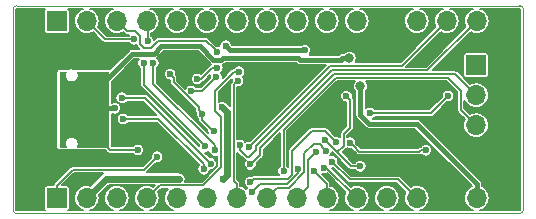
<source format=gbl>
G04 #@! TF.GenerationSoftware,KiCad,Pcbnew,5.1.2*
G04 #@! TF.CreationDate,2019-07-24T10:07:33+02:00*
G04 #@! TF.ProjectId,OtterPill,4f747465-7250-4696-9c6c-2e6b69636164,rev?*
G04 #@! TF.SameCoordinates,Original*
G04 #@! TF.FileFunction,Copper,L2,Bot*
G04 #@! TF.FilePolarity,Positive*
%FSLAX46Y46*%
G04 Gerber Fmt 4.6, Leading zero omitted, Abs format (unit mm)*
G04 Created by KiCad (PCBNEW 5.1.2) date 2019-07-24 10:07:33*
%MOMM*%
%LPD*%
G04 APERTURE LIST*
%ADD10C,0.050000*%
%ADD11O,1.700000X1.700000*%
%ADD12R,1.700000X1.700000*%
%ADD13O,2.100000X1.000000*%
%ADD14O,1.600000X1.000000*%
%ADD15C,0.600000*%
%ADD16C,0.800000*%
%ADD17C,0.400000*%
%ADD18C,0.200000*%
%ADD19C,0.600000*%
%ADD20C,0.157000*%
%ADD21C,0.100000*%
G04 APERTURE END LIST*
D10*
X63200000Y-37100000D02*
G75*
G02X62900000Y-37400000I-300000J0D01*
G01*
X62900000Y-19800000D02*
G75*
G02X63200000Y-20100000I0J-300000D01*
G01*
X20000000Y-20100000D02*
G75*
G02X20300000Y-19800000I300000J0D01*
G01*
X20300000Y-37400000D02*
G75*
G02X20000000Y-37100000I0J300000D01*
G01*
X20000000Y-37100000D02*
X20000000Y-20100000D01*
X62900000Y-37400000D02*
X20300000Y-37400000D01*
X63200000Y-20100000D02*
X63200000Y-37100000D01*
X20300000Y-19800000D02*
X62900000Y-19800000D01*
D11*
X59260000Y-21100000D03*
X56720000Y-21100000D03*
X54180000Y-21100000D03*
X51640000Y-21100000D03*
X49100000Y-21100000D03*
X46560000Y-21100000D03*
X44020000Y-21100000D03*
X41480000Y-21100000D03*
X38940000Y-21100000D03*
X36400000Y-21100000D03*
X33860000Y-21100000D03*
X31320000Y-21100000D03*
X28780000Y-21100000D03*
X26240000Y-21100000D03*
D12*
X23700000Y-21100000D03*
D11*
X59260000Y-36100000D03*
X56720000Y-36100000D03*
X54180000Y-36100000D03*
X51640000Y-36100000D03*
X49100000Y-36100000D03*
X46560000Y-36100000D03*
X44020000Y-36100000D03*
X41480000Y-36100000D03*
X38940000Y-36100000D03*
X36400000Y-36100000D03*
X33860000Y-36100000D03*
X31320000Y-36100000D03*
X28780000Y-36100000D03*
X26240000Y-36100000D03*
D12*
X23700000Y-36100000D03*
D11*
X59200000Y-32470000D03*
X59200000Y-29930000D03*
X59200000Y-27390000D03*
D12*
X59200000Y-24850000D03*
D13*
X25454999Y-24250000D03*
X25454999Y-32890000D03*
D14*
X21274999Y-24250000D03*
X21274999Y-32890000D03*
D15*
X50300000Y-36750000D03*
X52900000Y-36800000D03*
X43600000Y-30700000D03*
X42350000Y-31250000D03*
X34100000Y-32000000D03*
X37900000Y-27100000D03*
X45500000Y-28700000D03*
X39900000Y-28600000D03*
X42700000Y-25700000D03*
X29700000Y-28500000D03*
X30200000Y-26600000D03*
X34400000Y-27900000D03*
X46100000Y-23200000D03*
X46800000Y-23200000D03*
X30550000Y-32900000D03*
X25150000Y-34950000D03*
X50250000Y-32850000D03*
X51350000Y-27850000D03*
X54000000Y-27700000D03*
X32000000Y-30100000D03*
X32690779Y-25039857D03*
X32677831Y-21685988D03*
X47800000Y-36800000D03*
X27500000Y-36800000D03*
X30050000Y-36850000D03*
X32550000Y-36800000D03*
X25050000Y-20400000D03*
X27500000Y-20400000D03*
X35150000Y-20400000D03*
X37650000Y-20400000D03*
X45250000Y-20350000D03*
X42750000Y-20350000D03*
X47850000Y-20350000D03*
X34900000Y-24000000D03*
X40150000Y-20400000D03*
X30200000Y-25200000D03*
X32900000Y-26500000D03*
X32600000Y-20400000D03*
X34300000Y-24000000D03*
X51500000Y-24100000D03*
X56100000Y-25050000D03*
X56100000Y-23400000D03*
X58500000Y-23200000D03*
X58000000Y-20400000D03*
X55400000Y-20400000D03*
X39500000Y-22500000D03*
X38175000Y-24950000D03*
X36325000Y-24700000D03*
X51400000Y-30575000D03*
X53950000Y-32710510D03*
X50049521Y-31614490D03*
X47950000Y-28525000D03*
X41285965Y-33185965D03*
X24500000Y-28800000D03*
X27700000Y-25700000D03*
X27700000Y-26300000D03*
X27700000Y-31500000D03*
X27700000Y-30900000D03*
X24500000Y-29700000D03*
X24500000Y-27900000D03*
X28600000Y-28500000D03*
X30550000Y-32025000D03*
D16*
X48456615Y-24250479D03*
D15*
X25150000Y-27200000D03*
X25150000Y-30250000D03*
X56817211Y-27442634D03*
X50213064Y-28900000D03*
X44700000Y-23600000D03*
X37700000Y-28400000D03*
X37789027Y-34443026D03*
X34081842Y-34460831D03*
X38000000Y-23200000D03*
X49400000Y-33400008D03*
X46419696Y-31198766D03*
X48225000Y-27475000D03*
X42900000Y-33800000D03*
X40098260Y-33246803D03*
X31400000Y-22800000D03*
X36022532Y-28945561D03*
X36991401Y-30431042D03*
X33300000Y-25600000D03*
X35091649Y-27034322D03*
X37212351Y-25806160D03*
X37300000Y-25050000D03*
X35585423Y-26014577D03*
X36135073Y-33653275D03*
X29299998Y-29400000D03*
X36718588Y-33171011D03*
X29200006Y-27600000D03*
D16*
X49413054Y-26626108D03*
D15*
X39203875Y-31598615D03*
X39939864Y-31775780D03*
X54942216Y-32057784D03*
X48535510Y-31400720D03*
X37281038Y-23725233D03*
X37061841Y-32064490D03*
X31868121Y-24665667D03*
X30218904Y-22656656D03*
X36275599Y-31713774D03*
X31042989Y-24675919D03*
X47000000Y-33000000D03*
X46300000Y-33535510D03*
X45520533Y-33834528D03*
X45683485Y-32152439D03*
X46468088Y-32111434D03*
X39035307Y-26151680D03*
X44135510Y-33594879D03*
X40200000Y-35599994D03*
X47381696Y-31370610D03*
X40091159Y-34760814D03*
X39125000Y-25400000D03*
X32200000Y-32600000D03*
D17*
X26875000Y-27125000D02*
X27700000Y-26300000D01*
X26875000Y-28500000D02*
X26875000Y-27125000D01*
D18*
X28225000Y-32025000D02*
X27700000Y-31500000D01*
X30550000Y-32025000D02*
X28225000Y-32025000D01*
D17*
X28600000Y-28500000D02*
X27800000Y-28500000D01*
X27800000Y-28500000D02*
X26875000Y-28500000D01*
X47759174Y-24382235D02*
X47890930Y-24250479D01*
X47890930Y-24250479D02*
X48456615Y-24250479D01*
X44100000Y-24200000D02*
X44282235Y-24382235D01*
X37617765Y-24382235D02*
X37800000Y-24200000D01*
X44282235Y-24382235D02*
X47759174Y-24382235D01*
X30099990Y-23900010D02*
X31899988Y-23900010D01*
X35818952Y-23235511D02*
X36965676Y-24382235D01*
X27700000Y-26300000D02*
X30099990Y-23900010D01*
X37800000Y-24200000D02*
X44100000Y-24200000D01*
X36965676Y-24382235D02*
X37617765Y-24382235D01*
X31899988Y-23900010D02*
X32564487Y-23235511D01*
X32564487Y-23235511D02*
X35818952Y-23235511D01*
D18*
X56817211Y-27442634D02*
X55359845Y-28900000D01*
X55359845Y-28900000D02*
X50637328Y-28900000D01*
X50637328Y-28900000D02*
X50213064Y-28900000D01*
D19*
X27879169Y-34460831D02*
X33657578Y-34460831D01*
X33657578Y-34460831D02*
X34081842Y-34460831D01*
X26240000Y-36100000D02*
X27879169Y-34460831D01*
X38089026Y-34143027D02*
X37789027Y-34443026D01*
X38132862Y-34099191D02*
X38089026Y-34143027D01*
X38132862Y-28832862D02*
X38132862Y-34099191D01*
X37700000Y-28400000D02*
X38132862Y-28832862D01*
D17*
X44700000Y-23600000D02*
X38400000Y-23600000D01*
X38299999Y-23499999D02*
X38000000Y-23200000D01*
X38400000Y-23600000D02*
X38299999Y-23499999D01*
D20*
X46719695Y-31498765D02*
X46419696Y-31198766D01*
X49400000Y-33400008D02*
X48620938Y-33400008D01*
X48524999Y-27774999D02*
X48524999Y-30150001D01*
X48225000Y-27475000D02*
X48524999Y-27774999D01*
X48524999Y-30150001D02*
X48000000Y-30675000D01*
X48000000Y-31675000D02*
X47447965Y-32227035D01*
X48000000Y-30675000D02*
X48000000Y-31675000D01*
X48620938Y-33400008D02*
X47447965Y-32227035D01*
X47447965Y-32227035D02*
X46719695Y-31498765D01*
X42900000Y-33375736D02*
X42900000Y-33800000D01*
X57900000Y-28630000D02*
X57900000Y-27000000D01*
X59200000Y-29930000D02*
X57900000Y-28630000D01*
X47300000Y-25900000D02*
X42900000Y-30300000D01*
X56800000Y-25900000D02*
X47300000Y-25900000D01*
X57900000Y-27000000D02*
X56800000Y-25900000D01*
X42900000Y-30300000D02*
X42900000Y-33375736D01*
X57395989Y-25585989D02*
X47169933Y-25585989D01*
X40900000Y-32445063D02*
X40398259Y-32946804D01*
X40398259Y-32946804D02*
X40098260Y-33246803D01*
X47169933Y-25585989D02*
X40900000Y-31855922D01*
X59200000Y-27390000D02*
X57395989Y-25585989D01*
X40900000Y-31855922D02*
X40900000Y-32445063D01*
D18*
X36022532Y-28945561D02*
X36022532Y-29462173D01*
X36691402Y-30131043D02*
X36991401Y-30431042D01*
X36022532Y-29462173D02*
X36691402Y-30131043D01*
D20*
X33599999Y-25899999D02*
X33300000Y-25600000D01*
X33599999Y-26299999D02*
X33599999Y-25899999D01*
X35722533Y-28422533D02*
X33599999Y-26299999D01*
X35722533Y-28645562D02*
X35722533Y-28422533D01*
X36022532Y-28945561D02*
X35722533Y-28645562D01*
X31400000Y-21180000D02*
X31320000Y-21100000D01*
X31400000Y-22800000D02*
X31400000Y-21180000D01*
X36026011Y-26992500D02*
X36912352Y-26106159D01*
X36912352Y-26106159D02*
X37212351Y-25806160D01*
X35107500Y-26992500D02*
X36026011Y-26992500D01*
X36875736Y-25050000D02*
X35911159Y-26014577D01*
X35911159Y-26014577D02*
X35585423Y-26014577D01*
X37300000Y-25050000D02*
X36875736Y-25050000D01*
D18*
X32306062Y-29400000D02*
X29724262Y-29400000D01*
X29724262Y-29400000D02*
X29299998Y-29400000D01*
X36135073Y-33229011D02*
X32306062Y-29400000D01*
X36135073Y-33653275D02*
X36135073Y-33229011D01*
X29624270Y-27600000D02*
X29200006Y-27600000D01*
X36718588Y-33171011D02*
X31147577Y-27600000D01*
X31147577Y-27600000D02*
X29624270Y-27600000D01*
D17*
X49413054Y-27191793D02*
X49413054Y-26626108D01*
X49413054Y-29063054D02*
X49413054Y-27191793D01*
X54162081Y-29800000D02*
X50150000Y-29800000D01*
X59260000Y-36100000D02*
X59260000Y-34897919D01*
X50150000Y-29800000D02*
X49413054Y-29063054D01*
X59260000Y-34897919D02*
X54162081Y-29800000D01*
D20*
X47039866Y-25271978D02*
X40585989Y-31725855D01*
X40585989Y-32014011D02*
X40000000Y-32600000D01*
X40000000Y-32600000D02*
X39780996Y-32600000D01*
X39203875Y-32022879D02*
X39203875Y-31598615D01*
X40585989Y-31725855D02*
X40585989Y-32014011D01*
X55088022Y-25271978D02*
X47039866Y-25271978D01*
X59260000Y-21100000D02*
X55088022Y-25271978D01*
X39780996Y-32600000D02*
X39203875Y-32022879D01*
X56720000Y-21100000D02*
X52934011Y-24885989D01*
X40239863Y-31475781D02*
X39939864Y-31775780D01*
X46829655Y-24885989D02*
X40239863Y-31475781D01*
X52934011Y-24885989D02*
X46829655Y-24885989D01*
X48835509Y-31700719D02*
X48535510Y-31400720D01*
X49309790Y-32175000D02*
X48835509Y-31700719D01*
X54942216Y-32057784D02*
X54517952Y-32057784D01*
X54517952Y-32057784D02*
X54400736Y-32175000D01*
X54400736Y-32175000D02*
X49309790Y-32175000D01*
X30304791Y-21949999D02*
X30754406Y-22399614D01*
X30754406Y-23074406D02*
X31044491Y-23364491D01*
X28780000Y-21100000D02*
X29629999Y-21949999D01*
X31044491Y-23364491D02*
X31678183Y-23364491D01*
X36981039Y-23425234D02*
X37281038Y-23725233D01*
X36355805Y-22800000D02*
X36981039Y-23425234D01*
X30754406Y-22399614D02*
X30754406Y-23074406D01*
X32242674Y-22800000D02*
X36355805Y-22800000D01*
X29629999Y-21949999D02*
X30304791Y-21949999D01*
X31678183Y-23364491D02*
X32242674Y-22800000D01*
X37061841Y-31640226D02*
X31868121Y-26446506D01*
X31868121Y-25089931D02*
X31868121Y-24665667D01*
X31868121Y-26446506D02*
X31868121Y-25089931D01*
X37061841Y-32064490D02*
X37061841Y-31640226D01*
X29794640Y-22656656D02*
X30218904Y-22656656D01*
X27796656Y-22656656D02*
X29794640Y-22656656D01*
X26240000Y-21100000D02*
X27796656Y-22656656D01*
X36275599Y-31713774D02*
X31042989Y-26481164D01*
X31042989Y-25100183D02*
X31042989Y-24675919D01*
X31042989Y-26481164D02*
X31042989Y-25100183D01*
X48500000Y-34500000D02*
X47000000Y-33000000D01*
X54180000Y-36100000D02*
X52580000Y-34500000D01*
X52580000Y-34500000D02*
X48500000Y-34500000D01*
X49100000Y-36100000D02*
X46535510Y-33535510D01*
X46535510Y-33535510D02*
X46300000Y-33535510D01*
X46560000Y-36100000D02*
X46560000Y-34873995D01*
X46560000Y-34873995D02*
X45820532Y-34134527D01*
X45820532Y-34134527D02*
X45520533Y-33834528D01*
X44985023Y-32850901D02*
X45383486Y-32452438D01*
X44985023Y-35134977D02*
X44985023Y-32850901D01*
X45383486Y-32452438D02*
X45683485Y-32152439D01*
X44020000Y-36100000D02*
X44985023Y-35134977D01*
X46168089Y-31811435D02*
X46468088Y-32111434D01*
X46168089Y-31704485D02*
X46168089Y-31811435D01*
X42329999Y-35250001D02*
X43338155Y-35250001D01*
X44671012Y-33917144D02*
X44671012Y-32293770D01*
X45989419Y-31525815D02*
X46168089Y-31704485D01*
X41480000Y-36100000D02*
X42329999Y-35250001D01*
X45438967Y-31525815D02*
X45989419Y-31525815D01*
X43338155Y-35250001D02*
X44671012Y-33917144D01*
X44671012Y-32293770D02*
X45438967Y-31525815D01*
X38735308Y-26451679D02*
X39035307Y-26151680D01*
X38668373Y-26518614D02*
X38735308Y-26451679D01*
X38940000Y-34897919D02*
X38668373Y-34626292D01*
X38668373Y-34626292D02*
X38668373Y-26518614D01*
X38940000Y-36100000D02*
X38940000Y-34897919D01*
X40885983Y-34914011D02*
X40499999Y-35299995D01*
X43230067Y-34914011D02*
X40885983Y-34914011D01*
X44135510Y-33594879D02*
X44135510Y-34008568D01*
X40499999Y-35299995D02*
X40200000Y-35599994D01*
X44135510Y-34008568D02*
X43230067Y-34914011D01*
X43239187Y-34460815D02*
X40391158Y-34460815D01*
X45300000Y-30400000D02*
X43600000Y-32100000D01*
X43600000Y-32100000D02*
X43600000Y-34100002D01*
X43600000Y-34100002D02*
X43239187Y-34460815D01*
X40391158Y-34460815D02*
X40091159Y-34760814D01*
X46411086Y-30400000D02*
X45300000Y-30400000D01*
X47381696Y-31370610D02*
X46411086Y-30400000D01*
X31320000Y-36100000D02*
X32405501Y-35014499D01*
X36085501Y-35014499D02*
X37597351Y-33502649D01*
X32405501Y-35014499D02*
X36085501Y-35014499D01*
X37597351Y-33502649D02*
X37597351Y-29197351D01*
X37100000Y-27000736D02*
X38700736Y-25400000D01*
X37597351Y-29197351D02*
X37100000Y-28700000D01*
X38700736Y-25400000D02*
X39125000Y-25400000D01*
X37100000Y-28700000D02*
X37100000Y-27000736D01*
X23700000Y-35050000D02*
X23700000Y-36100000D01*
X25059990Y-33690010D02*
X23700000Y-35050000D01*
X31109990Y-33690010D02*
X25059990Y-33690010D01*
X32200000Y-32600000D02*
X31109990Y-33690010D01*
D21*
G36*
X24413444Y-25524821D02*
G01*
X24392999Y-25627603D01*
X24392999Y-25732397D01*
X24413444Y-25835179D01*
X24453547Y-25931996D01*
X24511768Y-26019130D01*
X24585869Y-26093231D01*
X24673003Y-26151452D01*
X24769820Y-26191555D01*
X24872602Y-26212000D01*
X24977396Y-26212000D01*
X25080178Y-26191555D01*
X25176995Y-26151452D01*
X25264129Y-26093231D01*
X25338230Y-26019130D01*
X25396451Y-25931996D01*
X25436554Y-25835179D01*
X25456999Y-25732397D01*
X25456999Y-25627603D01*
X25436554Y-25524821D01*
X25405562Y-25450000D01*
X28050000Y-25450000D01*
X28050000Y-31750000D01*
X25371058Y-31750000D01*
X25396451Y-31711996D01*
X25436554Y-31615179D01*
X25456999Y-31512397D01*
X25456999Y-31407603D01*
X25436554Y-31304821D01*
X25396451Y-31208004D01*
X25338230Y-31120870D01*
X25264129Y-31046769D01*
X25176995Y-30988548D01*
X25080178Y-30948445D01*
X24977396Y-30928000D01*
X24872602Y-30928000D01*
X24769820Y-30948445D01*
X24673003Y-30988548D01*
X24585869Y-31046769D01*
X24511768Y-31120870D01*
X24453547Y-31208004D01*
X24413444Y-31304821D01*
X24392999Y-31407603D01*
X24392999Y-31512397D01*
X24413444Y-31615179D01*
X24453547Y-31711996D01*
X24478940Y-31750000D01*
X23950000Y-31750000D01*
X23950000Y-25450000D01*
X24444436Y-25450000D01*
X24413444Y-25524821D01*
X24413444Y-25524821D01*
G37*
X24413444Y-25524821D02*
X24392999Y-25627603D01*
X24392999Y-25732397D01*
X24413444Y-25835179D01*
X24453547Y-25931996D01*
X24511768Y-26019130D01*
X24585869Y-26093231D01*
X24673003Y-26151452D01*
X24769820Y-26191555D01*
X24872602Y-26212000D01*
X24977396Y-26212000D01*
X25080178Y-26191555D01*
X25176995Y-26151452D01*
X25264129Y-26093231D01*
X25338230Y-26019130D01*
X25396451Y-25931996D01*
X25436554Y-25835179D01*
X25456999Y-25732397D01*
X25456999Y-25627603D01*
X25436554Y-25524821D01*
X25405562Y-25450000D01*
X28050000Y-25450000D01*
X28050000Y-31750000D01*
X25371058Y-31750000D01*
X25396451Y-31711996D01*
X25436554Y-31615179D01*
X25456999Y-31512397D01*
X25456999Y-31407603D01*
X25436554Y-31304821D01*
X25396451Y-31208004D01*
X25338230Y-31120870D01*
X25264129Y-31046769D01*
X25176995Y-30988548D01*
X25080178Y-30948445D01*
X24977396Y-30928000D01*
X24872602Y-30928000D01*
X24769820Y-30948445D01*
X24673003Y-30988548D01*
X24585869Y-31046769D01*
X24511768Y-31120870D01*
X24453547Y-31208004D01*
X24413444Y-31304821D01*
X24392999Y-31407603D01*
X24392999Y-31512397D01*
X24413444Y-31615179D01*
X24453547Y-31711996D01*
X24478940Y-31750000D01*
X23950000Y-31750000D01*
X23950000Y-25450000D01*
X24444436Y-25450000D01*
X24413444Y-25524821D01*
D20*
G36*
X48143219Y-35587282D02*
G01*
X48092277Y-35682587D01*
X48030206Y-35887205D01*
X48009248Y-36100000D01*
X48030206Y-36312795D01*
X48092277Y-36517413D01*
X48193073Y-36705989D01*
X48328722Y-36871278D01*
X48494011Y-37006927D01*
X48682587Y-37107723D01*
X48787340Y-37139500D01*
X46872660Y-37139500D01*
X46977413Y-37107723D01*
X47165989Y-37006927D01*
X47331278Y-36871278D01*
X47466927Y-36705989D01*
X47567723Y-36517413D01*
X47629794Y-36312795D01*
X47650752Y-36100000D01*
X47629794Y-35887205D01*
X47567723Y-35682587D01*
X47466927Y-35494011D01*
X47331278Y-35328722D01*
X47165989Y-35193073D01*
X46977413Y-35092277D01*
X46874000Y-35060907D01*
X46874000Y-34889416D01*
X46875519Y-34873995D01*
X46869456Y-34812440D01*
X46851502Y-34753251D01*
X46822344Y-34698702D01*
X46810213Y-34683920D01*
X46783106Y-34650889D01*
X46771123Y-34641055D01*
X46189610Y-34059543D01*
X46247258Y-34071010D01*
X46352742Y-34071010D01*
X46456200Y-34050431D01*
X46553654Y-34010064D01*
X46561056Y-34005118D01*
X48143219Y-35587282D01*
X48143219Y-35587282D01*
G37*
X48143219Y-35587282D02*
X48092277Y-35682587D01*
X48030206Y-35887205D01*
X48009248Y-36100000D01*
X48030206Y-36312795D01*
X48092277Y-36517413D01*
X48193073Y-36705989D01*
X48328722Y-36871278D01*
X48494011Y-37006927D01*
X48682587Y-37107723D01*
X48787340Y-37139500D01*
X46872660Y-37139500D01*
X46977413Y-37107723D01*
X47165989Y-37006927D01*
X47331278Y-36871278D01*
X47466927Y-36705989D01*
X47567723Y-36517413D01*
X47629794Y-36312795D01*
X47650752Y-36100000D01*
X47629794Y-35887205D01*
X47567723Y-35682587D01*
X47466927Y-35494011D01*
X47331278Y-35328722D01*
X47165989Y-35193073D01*
X46977413Y-35092277D01*
X46874000Y-35060907D01*
X46874000Y-34889416D01*
X46875519Y-34873995D01*
X46869456Y-34812440D01*
X46851502Y-34753251D01*
X46822344Y-34698702D01*
X46810213Y-34683920D01*
X46783106Y-34650889D01*
X46771123Y-34641055D01*
X46189610Y-34059543D01*
X46247258Y-34071010D01*
X46352742Y-34071010D01*
X46456200Y-34050431D01*
X46553654Y-34010064D01*
X46561056Y-34005118D01*
X48143219Y-35587282D01*
G36*
X22682671Y-20082671D02*
G01*
X22653242Y-20118530D01*
X22631374Y-20159442D01*
X22617908Y-20203834D01*
X22613361Y-20250000D01*
X22613361Y-21950000D01*
X22617908Y-21996166D01*
X22631374Y-22040558D01*
X22653242Y-22081470D01*
X22682671Y-22117329D01*
X22718530Y-22146758D01*
X22759442Y-22168626D01*
X22803834Y-22182092D01*
X22850000Y-22186639D01*
X24550000Y-22186639D01*
X24596166Y-22182092D01*
X24640558Y-22168626D01*
X24681470Y-22146758D01*
X24717329Y-22117329D01*
X24746758Y-22081470D01*
X24768626Y-22040558D01*
X24782092Y-21996166D01*
X24786639Y-21950000D01*
X24786639Y-20250000D01*
X24782092Y-20203834D01*
X24768626Y-20159442D01*
X24746758Y-20118530D01*
X24717329Y-20082671D01*
X24690314Y-20060500D01*
X25927340Y-20060500D01*
X25822587Y-20092277D01*
X25634011Y-20193073D01*
X25468722Y-20328722D01*
X25333073Y-20494011D01*
X25232277Y-20682587D01*
X25170206Y-20887205D01*
X25149248Y-21100000D01*
X25170206Y-21312795D01*
X25232277Y-21517413D01*
X25333073Y-21705989D01*
X25468722Y-21871278D01*
X25634011Y-22006927D01*
X25822587Y-22107723D01*
X26027205Y-22169794D01*
X26186674Y-22185500D01*
X26293326Y-22185500D01*
X26452795Y-22169794D01*
X26657413Y-22107723D01*
X26752719Y-22056781D01*
X27563716Y-22867779D01*
X27573550Y-22879762D01*
X27621363Y-22919000D01*
X27675912Y-22948158D01*
X27735101Y-22966112D01*
X27796655Y-22972175D01*
X27812077Y-22970656D01*
X29784672Y-22970656D01*
X29802954Y-22998017D01*
X29877543Y-23072606D01*
X29965250Y-23131210D01*
X30062704Y-23171577D01*
X30166162Y-23192156D01*
X30271646Y-23192156D01*
X30375104Y-23171577D01*
X30446752Y-23141899D01*
X30462905Y-23195150D01*
X30492062Y-23249698D01*
X30492262Y-23249942D01*
X30531301Y-23297512D01*
X30543283Y-23307345D01*
X30700447Y-23464510D01*
X30121370Y-23464510D01*
X30099989Y-23462404D01*
X30078608Y-23464510D01*
X30078596Y-23464510D01*
X30014617Y-23470811D01*
X29932525Y-23495714D01*
X29898116Y-23514106D01*
X29856868Y-23536153D01*
X29843337Y-23547258D01*
X29790555Y-23590575D01*
X29776917Y-23607193D01*
X28197657Y-25186454D01*
X28190122Y-25182426D01*
X28145944Y-25169025D01*
X28100000Y-25164500D01*
X25145129Y-25164500D01*
X25088491Y-25141040D01*
X24980203Y-25119500D01*
X24869795Y-25119500D01*
X24761507Y-25141040D01*
X24704869Y-25164500D01*
X23900000Y-25164500D01*
X23854056Y-25169025D01*
X23809878Y-25182426D01*
X23769163Y-25204189D01*
X23733476Y-25233476D01*
X23704189Y-25269163D01*
X23682426Y-25309878D01*
X23669025Y-25354056D01*
X23664500Y-25400000D01*
X23664500Y-31800000D01*
X23669025Y-31845944D01*
X23682426Y-31890122D01*
X23704189Y-31930837D01*
X23733476Y-31966524D01*
X23769163Y-31995811D01*
X23809878Y-32017574D01*
X23854056Y-32030975D01*
X23900000Y-32035500D01*
X27761032Y-32035500D01*
X27976109Y-32250577D01*
X27986618Y-32263382D01*
X28037704Y-32305308D01*
X28095989Y-32336461D01*
X28133297Y-32347778D01*
X28159230Y-32355645D01*
X28162754Y-32355992D01*
X28208522Y-32360500D01*
X28208529Y-32360500D01*
X28224999Y-32362122D01*
X28241469Y-32360500D01*
X30130134Y-32360500D01*
X30134050Y-32366361D01*
X30208639Y-32440950D01*
X30296346Y-32499554D01*
X30393800Y-32539921D01*
X30497258Y-32560500D01*
X30602742Y-32560500D01*
X30706200Y-32539921D01*
X30803654Y-32499554D01*
X30891361Y-32440950D01*
X30965950Y-32366361D01*
X31024554Y-32278654D01*
X31064921Y-32181200D01*
X31085500Y-32077742D01*
X31085500Y-31972258D01*
X31064921Y-31868800D01*
X31024554Y-31771346D01*
X30965950Y-31683639D01*
X30891361Y-31609050D01*
X30803654Y-31550446D01*
X30706200Y-31510079D01*
X30602742Y-31489500D01*
X30497258Y-31489500D01*
X30393800Y-31510079D01*
X30296346Y-31550446D01*
X30208639Y-31609050D01*
X30134050Y-31683639D01*
X30130134Y-31689500D01*
X28363968Y-31689500D01*
X28335500Y-31661032D01*
X28335500Y-28967307D01*
X28346346Y-28974554D01*
X28443800Y-29014921D01*
X28547258Y-29035500D01*
X28652742Y-29035500D01*
X28756200Y-29014921D01*
X28853654Y-28974554D01*
X28941361Y-28915950D01*
X29015950Y-28841361D01*
X29074554Y-28753654D01*
X29114921Y-28656200D01*
X29135500Y-28552742D01*
X29135500Y-28447258D01*
X29114921Y-28343800D01*
X29074554Y-28246346D01*
X29015950Y-28158639D01*
X28941361Y-28084050D01*
X28853654Y-28025446D01*
X28756200Y-27985079D01*
X28652742Y-27964500D01*
X28547258Y-27964500D01*
X28443800Y-27985079D01*
X28346346Y-28025446D01*
X28335500Y-28032693D01*
X28335500Y-26280389D01*
X30280380Y-24335510D01*
X30626403Y-24335510D01*
X30568435Y-24422265D01*
X30528068Y-24519719D01*
X30507489Y-24623177D01*
X30507489Y-24728661D01*
X30528068Y-24832119D01*
X30568435Y-24929573D01*
X30627039Y-25017280D01*
X30701628Y-25091869D01*
X30728989Y-25110151D01*
X30728989Y-25115604D01*
X30728990Y-25115614D01*
X30728989Y-26465742D01*
X30727470Y-26481164D01*
X30728989Y-26496585D01*
X30733533Y-26542718D01*
X30751487Y-26601907D01*
X30780645Y-26656456D01*
X30819883Y-26704270D01*
X30831871Y-26714108D01*
X35746519Y-31628757D01*
X35740099Y-31661032D01*
X35740099Y-31718054D01*
X31396468Y-27374423D01*
X31385959Y-27361618D01*
X31334873Y-27319692D01*
X31276588Y-27288539D01*
X31213346Y-27269355D01*
X31164055Y-27264500D01*
X31147577Y-27262877D01*
X31131099Y-27264500D01*
X29619872Y-27264500D01*
X29615956Y-27258639D01*
X29541367Y-27184050D01*
X29453660Y-27125446D01*
X29356206Y-27085079D01*
X29252748Y-27064500D01*
X29147264Y-27064500D01*
X29043806Y-27085079D01*
X28946352Y-27125446D01*
X28858645Y-27184050D01*
X28784056Y-27258639D01*
X28725452Y-27346346D01*
X28685085Y-27443800D01*
X28664506Y-27547258D01*
X28664506Y-27652742D01*
X28685085Y-27756200D01*
X28725452Y-27853654D01*
X28784056Y-27941361D01*
X28858645Y-28015950D01*
X28946352Y-28074554D01*
X29043806Y-28114921D01*
X29147264Y-28135500D01*
X29252748Y-28135500D01*
X29356206Y-28114921D01*
X29453660Y-28074554D01*
X29541367Y-28015950D01*
X29615956Y-27941361D01*
X29619872Y-27935500D01*
X31008609Y-27935500D01*
X32137609Y-29064500D01*
X29719864Y-29064500D01*
X29715948Y-29058639D01*
X29641359Y-28984050D01*
X29553652Y-28925446D01*
X29456198Y-28885079D01*
X29352740Y-28864500D01*
X29247256Y-28864500D01*
X29143798Y-28885079D01*
X29046344Y-28925446D01*
X28958637Y-28984050D01*
X28884048Y-29058639D01*
X28825444Y-29146346D01*
X28785077Y-29243800D01*
X28764498Y-29347258D01*
X28764498Y-29452742D01*
X28785077Y-29556200D01*
X28825444Y-29653654D01*
X28884048Y-29741361D01*
X28958637Y-29815950D01*
X29046344Y-29874554D01*
X29143798Y-29914921D01*
X29247256Y-29935500D01*
X29352740Y-29935500D01*
X29456198Y-29914921D01*
X29553652Y-29874554D01*
X29641359Y-29815950D01*
X29715948Y-29741361D01*
X29719864Y-29735500D01*
X32167094Y-29735500D01*
X35731316Y-33299722D01*
X35719123Y-33311914D01*
X35660519Y-33399621D01*
X35620152Y-33497075D01*
X35599573Y-33600533D01*
X35599573Y-33706017D01*
X35620152Y-33809475D01*
X35660519Y-33906929D01*
X35719123Y-33994636D01*
X35793712Y-34069225D01*
X35881419Y-34127829D01*
X35978873Y-34168196D01*
X36082331Y-34188775D01*
X36187815Y-34188775D01*
X36291273Y-34168196D01*
X36388727Y-34127829D01*
X36476434Y-34069225D01*
X36551023Y-33994636D01*
X36609627Y-33906929D01*
X36649994Y-33809475D01*
X36670475Y-33706511D01*
X36771330Y-33706511D01*
X36874788Y-33685932D01*
X36972242Y-33645565D01*
X37059949Y-33586961D01*
X37134538Y-33512372D01*
X37193142Y-33424665D01*
X37233509Y-33327211D01*
X37254088Y-33223753D01*
X37254088Y-33118269D01*
X37233509Y-33014811D01*
X37193142Y-32917357D01*
X37134538Y-32829650D01*
X37059949Y-32755061D01*
X36972242Y-32696457D01*
X36874788Y-32656090D01*
X36771330Y-32635511D01*
X36665846Y-32635511D01*
X36658931Y-32636886D01*
X36271319Y-32249274D01*
X36328341Y-32249274D01*
X36431799Y-32228695D01*
X36529253Y-32188328D01*
X36539165Y-32181705D01*
X36546920Y-32220690D01*
X36587287Y-32318144D01*
X36645891Y-32405851D01*
X36720480Y-32480440D01*
X36808187Y-32539044D01*
X36905641Y-32579411D01*
X37009099Y-32599990D01*
X37114583Y-32599990D01*
X37218041Y-32579411D01*
X37283351Y-32552358D01*
X37283351Y-33372586D01*
X35955439Y-34700499D01*
X34562189Y-34700499D01*
X34566513Y-34690062D01*
X34578973Y-34666750D01*
X34586646Y-34641455D01*
X34596763Y-34617031D01*
X34601920Y-34591104D01*
X34609594Y-34565807D01*
X34612185Y-34539499D01*
X34617342Y-34513573D01*
X34617342Y-34487138D01*
X34619933Y-34460831D01*
X34617342Y-34434524D01*
X34617342Y-34408089D01*
X34612185Y-34382163D01*
X34609594Y-34355855D01*
X34601920Y-34330558D01*
X34596763Y-34304631D01*
X34586646Y-34280207D01*
X34578973Y-34254912D01*
X34566513Y-34231600D01*
X34556396Y-34207177D01*
X34541708Y-34185195D01*
X34529248Y-34161884D01*
X34512479Y-34141451D01*
X34497792Y-34119470D01*
X34479102Y-34100780D01*
X34462330Y-34080343D01*
X34441893Y-34063571D01*
X34423203Y-34044881D01*
X34401222Y-34030194D01*
X34380789Y-34013425D01*
X34357478Y-34000965D01*
X34335496Y-33986277D01*
X34311073Y-33976160D01*
X34287761Y-33963700D01*
X34262466Y-33956027D01*
X34238042Y-33945910D01*
X34212115Y-33940753D01*
X34186818Y-33933079D01*
X34160510Y-33930488D01*
X34134584Y-33925331D01*
X31318212Y-33925331D01*
X31333096Y-33913116D01*
X31342934Y-33901128D01*
X32114983Y-33129080D01*
X32147258Y-33135500D01*
X32252742Y-33135500D01*
X32356200Y-33114921D01*
X32453654Y-33074554D01*
X32541361Y-33015950D01*
X32615950Y-32941361D01*
X32674554Y-32853654D01*
X32714921Y-32756200D01*
X32735500Y-32652742D01*
X32735500Y-32547258D01*
X32714921Y-32443800D01*
X32674554Y-32346346D01*
X32615950Y-32258639D01*
X32541361Y-32184050D01*
X32453654Y-32125446D01*
X32356200Y-32085079D01*
X32252742Y-32064500D01*
X32147258Y-32064500D01*
X32043800Y-32085079D01*
X31946346Y-32125446D01*
X31858639Y-32184050D01*
X31784050Y-32258639D01*
X31725446Y-32346346D01*
X31685079Y-32443800D01*
X31664500Y-32547258D01*
X31664500Y-32652742D01*
X31670920Y-32685017D01*
X30979928Y-33376010D01*
X25075408Y-33376010D01*
X25059989Y-33374491D01*
X25044570Y-33376010D01*
X25044568Y-33376010D01*
X24998435Y-33380554D01*
X24939246Y-33398508D01*
X24884697Y-33427666D01*
X24836884Y-33466904D01*
X24827053Y-33478884D01*
X23488882Y-34817056D01*
X23476894Y-34826894D01*
X23437656Y-34874708D01*
X23408498Y-34929257D01*
X23395904Y-34970777D01*
X23390544Y-34988446D01*
X23388090Y-35013361D01*
X22850000Y-35013361D01*
X22803834Y-35017908D01*
X22759442Y-35031374D01*
X22718530Y-35053242D01*
X22682671Y-35082671D01*
X22653242Y-35118530D01*
X22631374Y-35159442D01*
X22617908Y-35203834D01*
X22613361Y-35250000D01*
X22613361Y-36950000D01*
X22617908Y-36996166D01*
X22631374Y-37040558D01*
X22653242Y-37081470D01*
X22682671Y-37117329D01*
X22709686Y-37139500D01*
X20312740Y-37139500D01*
X20292568Y-37137522D01*
X20285425Y-37135366D01*
X20278837Y-37131862D01*
X20273046Y-37127140D01*
X20268289Y-37121389D01*
X20264737Y-37114821D01*
X20262530Y-37107690D01*
X20260500Y-37088376D01*
X20260500Y-20112740D01*
X20262478Y-20092568D01*
X20264634Y-20085427D01*
X20268139Y-20078835D01*
X20272861Y-20073045D01*
X20278608Y-20068290D01*
X20285179Y-20064738D01*
X20292311Y-20062530D01*
X20311624Y-20060500D01*
X22709686Y-20060500D01*
X22682671Y-20082671D01*
X22682671Y-20082671D01*
G37*
X22682671Y-20082671D02*
X22653242Y-20118530D01*
X22631374Y-20159442D01*
X22617908Y-20203834D01*
X22613361Y-20250000D01*
X22613361Y-21950000D01*
X22617908Y-21996166D01*
X22631374Y-22040558D01*
X22653242Y-22081470D01*
X22682671Y-22117329D01*
X22718530Y-22146758D01*
X22759442Y-22168626D01*
X22803834Y-22182092D01*
X22850000Y-22186639D01*
X24550000Y-22186639D01*
X24596166Y-22182092D01*
X24640558Y-22168626D01*
X24681470Y-22146758D01*
X24717329Y-22117329D01*
X24746758Y-22081470D01*
X24768626Y-22040558D01*
X24782092Y-21996166D01*
X24786639Y-21950000D01*
X24786639Y-20250000D01*
X24782092Y-20203834D01*
X24768626Y-20159442D01*
X24746758Y-20118530D01*
X24717329Y-20082671D01*
X24690314Y-20060500D01*
X25927340Y-20060500D01*
X25822587Y-20092277D01*
X25634011Y-20193073D01*
X25468722Y-20328722D01*
X25333073Y-20494011D01*
X25232277Y-20682587D01*
X25170206Y-20887205D01*
X25149248Y-21100000D01*
X25170206Y-21312795D01*
X25232277Y-21517413D01*
X25333073Y-21705989D01*
X25468722Y-21871278D01*
X25634011Y-22006927D01*
X25822587Y-22107723D01*
X26027205Y-22169794D01*
X26186674Y-22185500D01*
X26293326Y-22185500D01*
X26452795Y-22169794D01*
X26657413Y-22107723D01*
X26752719Y-22056781D01*
X27563716Y-22867779D01*
X27573550Y-22879762D01*
X27621363Y-22919000D01*
X27675912Y-22948158D01*
X27735101Y-22966112D01*
X27796655Y-22972175D01*
X27812077Y-22970656D01*
X29784672Y-22970656D01*
X29802954Y-22998017D01*
X29877543Y-23072606D01*
X29965250Y-23131210D01*
X30062704Y-23171577D01*
X30166162Y-23192156D01*
X30271646Y-23192156D01*
X30375104Y-23171577D01*
X30446752Y-23141899D01*
X30462905Y-23195150D01*
X30492062Y-23249698D01*
X30492262Y-23249942D01*
X30531301Y-23297512D01*
X30543283Y-23307345D01*
X30700447Y-23464510D01*
X30121370Y-23464510D01*
X30099989Y-23462404D01*
X30078608Y-23464510D01*
X30078596Y-23464510D01*
X30014617Y-23470811D01*
X29932525Y-23495714D01*
X29898116Y-23514106D01*
X29856868Y-23536153D01*
X29843337Y-23547258D01*
X29790555Y-23590575D01*
X29776917Y-23607193D01*
X28197657Y-25186454D01*
X28190122Y-25182426D01*
X28145944Y-25169025D01*
X28100000Y-25164500D01*
X25145129Y-25164500D01*
X25088491Y-25141040D01*
X24980203Y-25119500D01*
X24869795Y-25119500D01*
X24761507Y-25141040D01*
X24704869Y-25164500D01*
X23900000Y-25164500D01*
X23854056Y-25169025D01*
X23809878Y-25182426D01*
X23769163Y-25204189D01*
X23733476Y-25233476D01*
X23704189Y-25269163D01*
X23682426Y-25309878D01*
X23669025Y-25354056D01*
X23664500Y-25400000D01*
X23664500Y-31800000D01*
X23669025Y-31845944D01*
X23682426Y-31890122D01*
X23704189Y-31930837D01*
X23733476Y-31966524D01*
X23769163Y-31995811D01*
X23809878Y-32017574D01*
X23854056Y-32030975D01*
X23900000Y-32035500D01*
X27761032Y-32035500D01*
X27976109Y-32250577D01*
X27986618Y-32263382D01*
X28037704Y-32305308D01*
X28095989Y-32336461D01*
X28133297Y-32347778D01*
X28159230Y-32355645D01*
X28162754Y-32355992D01*
X28208522Y-32360500D01*
X28208529Y-32360500D01*
X28224999Y-32362122D01*
X28241469Y-32360500D01*
X30130134Y-32360500D01*
X30134050Y-32366361D01*
X30208639Y-32440950D01*
X30296346Y-32499554D01*
X30393800Y-32539921D01*
X30497258Y-32560500D01*
X30602742Y-32560500D01*
X30706200Y-32539921D01*
X30803654Y-32499554D01*
X30891361Y-32440950D01*
X30965950Y-32366361D01*
X31024554Y-32278654D01*
X31064921Y-32181200D01*
X31085500Y-32077742D01*
X31085500Y-31972258D01*
X31064921Y-31868800D01*
X31024554Y-31771346D01*
X30965950Y-31683639D01*
X30891361Y-31609050D01*
X30803654Y-31550446D01*
X30706200Y-31510079D01*
X30602742Y-31489500D01*
X30497258Y-31489500D01*
X30393800Y-31510079D01*
X30296346Y-31550446D01*
X30208639Y-31609050D01*
X30134050Y-31683639D01*
X30130134Y-31689500D01*
X28363968Y-31689500D01*
X28335500Y-31661032D01*
X28335500Y-28967307D01*
X28346346Y-28974554D01*
X28443800Y-29014921D01*
X28547258Y-29035500D01*
X28652742Y-29035500D01*
X28756200Y-29014921D01*
X28853654Y-28974554D01*
X28941361Y-28915950D01*
X29015950Y-28841361D01*
X29074554Y-28753654D01*
X29114921Y-28656200D01*
X29135500Y-28552742D01*
X29135500Y-28447258D01*
X29114921Y-28343800D01*
X29074554Y-28246346D01*
X29015950Y-28158639D01*
X28941361Y-28084050D01*
X28853654Y-28025446D01*
X28756200Y-27985079D01*
X28652742Y-27964500D01*
X28547258Y-27964500D01*
X28443800Y-27985079D01*
X28346346Y-28025446D01*
X28335500Y-28032693D01*
X28335500Y-26280389D01*
X30280380Y-24335510D01*
X30626403Y-24335510D01*
X30568435Y-24422265D01*
X30528068Y-24519719D01*
X30507489Y-24623177D01*
X30507489Y-24728661D01*
X30528068Y-24832119D01*
X30568435Y-24929573D01*
X30627039Y-25017280D01*
X30701628Y-25091869D01*
X30728989Y-25110151D01*
X30728989Y-25115604D01*
X30728990Y-25115614D01*
X30728989Y-26465742D01*
X30727470Y-26481164D01*
X30728989Y-26496585D01*
X30733533Y-26542718D01*
X30751487Y-26601907D01*
X30780645Y-26656456D01*
X30819883Y-26704270D01*
X30831871Y-26714108D01*
X35746519Y-31628757D01*
X35740099Y-31661032D01*
X35740099Y-31718054D01*
X31396468Y-27374423D01*
X31385959Y-27361618D01*
X31334873Y-27319692D01*
X31276588Y-27288539D01*
X31213346Y-27269355D01*
X31164055Y-27264500D01*
X31147577Y-27262877D01*
X31131099Y-27264500D01*
X29619872Y-27264500D01*
X29615956Y-27258639D01*
X29541367Y-27184050D01*
X29453660Y-27125446D01*
X29356206Y-27085079D01*
X29252748Y-27064500D01*
X29147264Y-27064500D01*
X29043806Y-27085079D01*
X28946352Y-27125446D01*
X28858645Y-27184050D01*
X28784056Y-27258639D01*
X28725452Y-27346346D01*
X28685085Y-27443800D01*
X28664506Y-27547258D01*
X28664506Y-27652742D01*
X28685085Y-27756200D01*
X28725452Y-27853654D01*
X28784056Y-27941361D01*
X28858645Y-28015950D01*
X28946352Y-28074554D01*
X29043806Y-28114921D01*
X29147264Y-28135500D01*
X29252748Y-28135500D01*
X29356206Y-28114921D01*
X29453660Y-28074554D01*
X29541367Y-28015950D01*
X29615956Y-27941361D01*
X29619872Y-27935500D01*
X31008609Y-27935500D01*
X32137609Y-29064500D01*
X29719864Y-29064500D01*
X29715948Y-29058639D01*
X29641359Y-28984050D01*
X29553652Y-28925446D01*
X29456198Y-28885079D01*
X29352740Y-28864500D01*
X29247256Y-28864500D01*
X29143798Y-28885079D01*
X29046344Y-28925446D01*
X28958637Y-28984050D01*
X28884048Y-29058639D01*
X28825444Y-29146346D01*
X28785077Y-29243800D01*
X28764498Y-29347258D01*
X28764498Y-29452742D01*
X28785077Y-29556200D01*
X28825444Y-29653654D01*
X28884048Y-29741361D01*
X28958637Y-29815950D01*
X29046344Y-29874554D01*
X29143798Y-29914921D01*
X29247256Y-29935500D01*
X29352740Y-29935500D01*
X29456198Y-29914921D01*
X29553652Y-29874554D01*
X29641359Y-29815950D01*
X29715948Y-29741361D01*
X29719864Y-29735500D01*
X32167094Y-29735500D01*
X35731316Y-33299722D01*
X35719123Y-33311914D01*
X35660519Y-33399621D01*
X35620152Y-33497075D01*
X35599573Y-33600533D01*
X35599573Y-33706017D01*
X35620152Y-33809475D01*
X35660519Y-33906929D01*
X35719123Y-33994636D01*
X35793712Y-34069225D01*
X35881419Y-34127829D01*
X35978873Y-34168196D01*
X36082331Y-34188775D01*
X36187815Y-34188775D01*
X36291273Y-34168196D01*
X36388727Y-34127829D01*
X36476434Y-34069225D01*
X36551023Y-33994636D01*
X36609627Y-33906929D01*
X36649994Y-33809475D01*
X36670475Y-33706511D01*
X36771330Y-33706511D01*
X36874788Y-33685932D01*
X36972242Y-33645565D01*
X37059949Y-33586961D01*
X37134538Y-33512372D01*
X37193142Y-33424665D01*
X37233509Y-33327211D01*
X37254088Y-33223753D01*
X37254088Y-33118269D01*
X37233509Y-33014811D01*
X37193142Y-32917357D01*
X37134538Y-32829650D01*
X37059949Y-32755061D01*
X36972242Y-32696457D01*
X36874788Y-32656090D01*
X36771330Y-32635511D01*
X36665846Y-32635511D01*
X36658931Y-32636886D01*
X36271319Y-32249274D01*
X36328341Y-32249274D01*
X36431799Y-32228695D01*
X36529253Y-32188328D01*
X36539165Y-32181705D01*
X36546920Y-32220690D01*
X36587287Y-32318144D01*
X36645891Y-32405851D01*
X36720480Y-32480440D01*
X36808187Y-32539044D01*
X36905641Y-32579411D01*
X37009099Y-32599990D01*
X37114583Y-32599990D01*
X37218041Y-32579411D01*
X37283351Y-32552358D01*
X37283351Y-33372586D01*
X35955439Y-34700499D01*
X34562189Y-34700499D01*
X34566513Y-34690062D01*
X34578973Y-34666750D01*
X34586646Y-34641455D01*
X34596763Y-34617031D01*
X34601920Y-34591104D01*
X34609594Y-34565807D01*
X34612185Y-34539499D01*
X34617342Y-34513573D01*
X34617342Y-34487138D01*
X34619933Y-34460831D01*
X34617342Y-34434524D01*
X34617342Y-34408089D01*
X34612185Y-34382163D01*
X34609594Y-34355855D01*
X34601920Y-34330558D01*
X34596763Y-34304631D01*
X34586646Y-34280207D01*
X34578973Y-34254912D01*
X34566513Y-34231600D01*
X34556396Y-34207177D01*
X34541708Y-34185195D01*
X34529248Y-34161884D01*
X34512479Y-34141451D01*
X34497792Y-34119470D01*
X34479102Y-34100780D01*
X34462330Y-34080343D01*
X34441893Y-34063571D01*
X34423203Y-34044881D01*
X34401222Y-34030194D01*
X34380789Y-34013425D01*
X34357478Y-34000965D01*
X34335496Y-33986277D01*
X34311073Y-33976160D01*
X34287761Y-33963700D01*
X34262466Y-33956027D01*
X34238042Y-33945910D01*
X34212115Y-33940753D01*
X34186818Y-33933079D01*
X34160510Y-33930488D01*
X34134584Y-33925331D01*
X31318212Y-33925331D01*
X31333096Y-33913116D01*
X31342934Y-33901128D01*
X32114983Y-33129080D01*
X32147258Y-33135500D01*
X32252742Y-33135500D01*
X32356200Y-33114921D01*
X32453654Y-33074554D01*
X32541361Y-33015950D01*
X32615950Y-32941361D01*
X32674554Y-32853654D01*
X32714921Y-32756200D01*
X32735500Y-32652742D01*
X32735500Y-32547258D01*
X32714921Y-32443800D01*
X32674554Y-32346346D01*
X32615950Y-32258639D01*
X32541361Y-32184050D01*
X32453654Y-32125446D01*
X32356200Y-32085079D01*
X32252742Y-32064500D01*
X32147258Y-32064500D01*
X32043800Y-32085079D01*
X31946346Y-32125446D01*
X31858639Y-32184050D01*
X31784050Y-32258639D01*
X31725446Y-32346346D01*
X31685079Y-32443800D01*
X31664500Y-32547258D01*
X31664500Y-32652742D01*
X31670920Y-32685017D01*
X30979928Y-33376010D01*
X25075408Y-33376010D01*
X25059989Y-33374491D01*
X25044570Y-33376010D01*
X25044568Y-33376010D01*
X24998435Y-33380554D01*
X24939246Y-33398508D01*
X24884697Y-33427666D01*
X24836884Y-33466904D01*
X24827053Y-33478884D01*
X23488882Y-34817056D01*
X23476894Y-34826894D01*
X23437656Y-34874708D01*
X23408498Y-34929257D01*
X23395904Y-34970777D01*
X23390544Y-34988446D01*
X23388090Y-35013361D01*
X22850000Y-35013361D01*
X22803834Y-35017908D01*
X22759442Y-35031374D01*
X22718530Y-35053242D01*
X22682671Y-35082671D01*
X22653242Y-35118530D01*
X22631374Y-35159442D01*
X22617908Y-35203834D01*
X22613361Y-35250000D01*
X22613361Y-36950000D01*
X22617908Y-36996166D01*
X22631374Y-37040558D01*
X22653242Y-37081470D01*
X22682671Y-37117329D01*
X22709686Y-37139500D01*
X20312740Y-37139500D01*
X20292568Y-37137522D01*
X20285425Y-37135366D01*
X20278837Y-37131862D01*
X20273046Y-37127140D01*
X20268289Y-37121389D01*
X20264737Y-37114821D01*
X20262530Y-37107690D01*
X20260500Y-37088376D01*
X20260500Y-20112740D01*
X20262478Y-20092568D01*
X20264634Y-20085427D01*
X20268139Y-20078835D01*
X20272861Y-20073045D01*
X20278608Y-20068290D01*
X20285179Y-20064738D01*
X20292311Y-20062530D01*
X20311624Y-20060500D01*
X22709686Y-20060500D01*
X22682671Y-20082671D01*
G36*
X62907432Y-20062478D02*
G01*
X62914573Y-20064634D01*
X62921165Y-20068139D01*
X62926955Y-20072861D01*
X62931710Y-20078608D01*
X62935262Y-20085179D01*
X62937470Y-20092311D01*
X62939500Y-20111624D01*
X62939501Y-37087250D01*
X62937522Y-37107432D01*
X62935366Y-37114575D01*
X62931862Y-37121163D01*
X62927140Y-37126954D01*
X62921389Y-37131711D01*
X62914821Y-37135263D01*
X62907690Y-37137470D01*
X62888376Y-37139500D01*
X59572660Y-37139500D01*
X59677413Y-37107723D01*
X59865989Y-37006927D01*
X60031278Y-36871278D01*
X60166927Y-36705989D01*
X60267723Y-36517413D01*
X60329794Y-36312795D01*
X60350752Y-36100000D01*
X60329794Y-35887205D01*
X60267723Y-35682587D01*
X60166927Y-35494011D01*
X60031278Y-35328722D01*
X59865989Y-35193073D01*
X59695500Y-35101945D01*
X59695500Y-34919310D01*
X59697607Y-34897918D01*
X59695251Y-34873995D01*
X59689199Y-34812546D01*
X59664296Y-34730454D01*
X59633021Y-34671942D01*
X59623857Y-34654797D01*
X59583072Y-34605101D01*
X59569435Y-34588484D01*
X59552817Y-34574846D01*
X54485158Y-29507188D01*
X54471516Y-29490565D01*
X54405202Y-29436143D01*
X54329546Y-29395704D01*
X54247454Y-29370801D01*
X54183475Y-29364500D01*
X54183472Y-29364500D01*
X54162081Y-29362393D01*
X54140690Y-29364500D01*
X50481765Y-29364500D01*
X50554425Y-29315950D01*
X50629014Y-29241361D01*
X50632930Y-29235500D01*
X55343367Y-29235500D01*
X55359845Y-29237123D01*
X55425614Y-29230645D01*
X55427348Y-29230119D01*
X55488856Y-29211461D01*
X55547141Y-29180308D01*
X55598227Y-29138382D01*
X55608736Y-29125577D01*
X56757555Y-27976759D01*
X56764469Y-27978134D01*
X56869953Y-27978134D01*
X56973411Y-27957555D01*
X57070865Y-27917188D01*
X57158572Y-27858584D01*
X57233161Y-27783995D01*
X57291765Y-27696288D01*
X57332132Y-27598834D01*
X57352711Y-27495376D01*
X57352711Y-27389892D01*
X57332132Y-27286434D01*
X57291765Y-27188980D01*
X57233161Y-27101273D01*
X57158572Y-27026684D01*
X57070865Y-26968080D01*
X56973411Y-26927713D01*
X56869953Y-26907134D01*
X56764469Y-26907134D01*
X56661011Y-26927713D01*
X56563557Y-26968080D01*
X56475850Y-27026684D01*
X56401261Y-27101273D01*
X56342657Y-27188980D01*
X56302290Y-27286434D01*
X56281711Y-27389892D01*
X56281711Y-27495376D01*
X56283086Y-27502290D01*
X55220877Y-28564500D01*
X50632930Y-28564500D01*
X50629014Y-28558639D01*
X50554425Y-28484050D01*
X50466718Y-28425446D01*
X50369264Y-28385079D01*
X50265806Y-28364500D01*
X50160322Y-28364500D01*
X50056864Y-28385079D01*
X49959410Y-28425446D01*
X49871703Y-28484050D01*
X49848554Y-28507199D01*
X49848554Y-27089341D01*
X49906679Y-27031216D01*
X49976227Y-26927130D01*
X50024132Y-26811477D01*
X50048554Y-26688699D01*
X50048554Y-26563517D01*
X50024132Y-26440739D01*
X49976227Y-26325086D01*
X49906679Y-26221000D01*
X49899679Y-26214000D01*
X56669938Y-26214000D01*
X57586001Y-27130064D01*
X57586000Y-28614578D01*
X57584481Y-28630000D01*
X57586000Y-28645421D01*
X57590544Y-28691554D01*
X57608498Y-28750743D01*
X57637656Y-28805292D01*
X57676894Y-28853106D01*
X57688882Y-28862944D01*
X58243219Y-29417281D01*
X58192277Y-29512587D01*
X58130206Y-29717205D01*
X58109248Y-29930000D01*
X58130206Y-30142795D01*
X58192277Y-30347413D01*
X58293073Y-30535989D01*
X58428722Y-30701278D01*
X58594011Y-30836927D01*
X58782587Y-30937723D01*
X58987205Y-30999794D01*
X59146674Y-31015500D01*
X59253326Y-31015500D01*
X59412795Y-30999794D01*
X59617413Y-30937723D01*
X59805989Y-30836927D01*
X59971278Y-30701278D01*
X60106927Y-30535989D01*
X60207723Y-30347413D01*
X60269794Y-30142795D01*
X60290752Y-29930000D01*
X60269794Y-29717205D01*
X60207723Y-29512587D01*
X60106927Y-29324011D01*
X59971278Y-29158722D01*
X59805989Y-29023073D01*
X59617413Y-28922277D01*
X59412795Y-28860206D01*
X59253326Y-28844500D01*
X59146674Y-28844500D01*
X58987205Y-28860206D01*
X58782587Y-28922277D01*
X58687281Y-28973219D01*
X58214000Y-28499938D01*
X58214000Y-27848054D01*
X58293073Y-27995989D01*
X58428722Y-28161278D01*
X58594011Y-28296927D01*
X58782587Y-28397723D01*
X58987205Y-28459794D01*
X59146674Y-28475500D01*
X59253326Y-28475500D01*
X59412795Y-28459794D01*
X59617413Y-28397723D01*
X59805989Y-28296927D01*
X59971278Y-28161278D01*
X60106927Y-27995989D01*
X60207723Y-27807413D01*
X60269794Y-27602795D01*
X60290752Y-27390000D01*
X60269794Y-27177205D01*
X60207723Y-26972587D01*
X60106927Y-26784011D01*
X59971278Y-26618722D01*
X59805989Y-26483073D01*
X59617413Y-26382277D01*
X59412795Y-26320206D01*
X59253326Y-26304500D01*
X59146674Y-26304500D01*
X58987205Y-26320206D01*
X58782587Y-26382277D01*
X58687281Y-26433219D01*
X57628933Y-25374871D01*
X57619095Y-25362883D01*
X57571282Y-25323645D01*
X57516733Y-25294487D01*
X57457544Y-25276533D01*
X57411411Y-25271989D01*
X57411410Y-25271989D01*
X57395989Y-25270470D01*
X57380568Y-25271989D01*
X55532073Y-25271989D01*
X56804062Y-24000000D01*
X58113361Y-24000000D01*
X58113361Y-25700000D01*
X58117908Y-25746166D01*
X58131374Y-25790558D01*
X58153242Y-25831470D01*
X58182671Y-25867329D01*
X58218530Y-25896758D01*
X58259442Y-25918626D01*
X58303834Y-25932092D01*
X58350000Y-25936639D01*
X60050000Y-25936639D01*
X60096166Y-25932092D01*
X60140558Y-25918626D01*
X60181470Y-25896758D01*
X60217329Y-25867329D01*
X60246758Y-25831470D01*
X60268626Y-25790558D01*
X60282092Y-25746166D01*
X60286639Y-25700000D01*
X60286639Y-24000000D01*
X60282092Y-23953834D01*
X60268626Y-23909442D01*
X60246758Y-23868530D01*
X60217329Y-23832671D01*
X60181470Y-23803242D01*
X60140558Y-23781374D01*
X60096166Y-23767908D01*
X60050000Y-23763361D01*
X58350000Y-23763361D01*
X58303834Y-23767908D01*
X58259442Y-23781374D01*
X58218530Y-23803242D01*
X58182671Y-23832671D01*
X58153242Y-23868530D01*
X58131374Y-23909442D01*
X58117908Y-23953834D01*
X58113361Y-24000000D01*
X56804062Y-24000000D01*
X58747282Y-22056781D01*
X58842587Y-22107723D01*
X59047205Y-22169794D01*
X59206674Y-22185500D01*
X59313326Y-22185500D01*
X59472795Y-22169794D01*
X59677413Y-22107723D01*
X59865989Y-22006927D01*
X60031278Y-21871278D01*
X60166927Y-21705989D01*
X60267723Y-21517413D01*
X60329794Y-21312795D01*
X60350752Y-21100000D01*
X60329794Y-20887205D01*
X60267723Y-20682587D01*
X60166927Y-20494011D01*
X60031278Y-20328722D01*
X59865989Y-20193073D01*
X59677413Y-20092277D01*
X59572660Y-20060500D01*
X62887260Y-20060500D01*
X62907432Y-20062478D01*
X62907432Y-20062478D01*
G37*
X62907432Y-20062478D02*
X62914573Y-20064634D01*
X62921165Y-20068139D01*
X62926955Y-20072861D01*
X62931710Y-20078608D01*
X62935262Y-20085179D01*
X62937470Y-20092311D01*
X62939500Y-20111624D01*
X62939501Y-37087250D01*
X62937522Y-37107432D01*
X62935366Y-37114575D01*
X62931862Y-37121163D01*
X62927140Y-37126954D01*
X62921389Y-37131711D01*
X62914821Y-37135263D01*
X62907690Y-37137470D01*
X62888376Y-37139500D01*
X59572660Y-37139500D01*
X59677413Y-37107723D01*
X59865989Y-37006927D01*
X60031278Y-36871278D01*
X60166927Y-36705989D01*
X60267723Y-36517413D01*
X60329794Y-36312795D01*
X60350752Y-36100000D01*
X60329794Y-35887205D01*
X60267723Y-35682587D01*
X60166927Y-35494011D01*
X60031278Y-35328722D01*
X59865989Y-35193073D01*
X59695500Y-35101945D01*
X59695500Y-34919310D01*
X59697607Y-34897918D01*
X59695251Y-34873995D01*
X59689199Y-34812546D01*
X59664296Y-34730454D01*
X59633021Y-34671942D01*
X59623857Y-34654797D01*
X59583072Y-34605101D01*
X59569435Y-34588484D01*
X59552817Y-34574846D01*
X54485158Y-29507188D01*
X54471516Y-29490565D01*
X54405202Y-29436143D01*
X54329546Y-29395704D01*
X54247454Y-29370801D01*
X54183475Y-29364500D01*
X54183472Y-29364500D01*
X54162081Y-29362393D01*
X54140690Y-29364500D01*
X50481765Y-29364500D01*
X50554425Y-29315950D01*
X50629014Y-29241361D01*
X50632930Y-29235500D01*
X55343367Y-29235500D01*
X55359845Y-29237123D01*
X55425614Y-29230645D01*
X55427348Y-29230119D01*
X55488856Y-29211461D01*
X55547141Y-29180308D01*
X55598227Y-29138382D01*
X55608736Y-29125577D01*
X56757555Y-27976759D01*
X56764469Y-27978134D01*
X56869953Y-27978134D01*
X56973411Y-27957555D01*
X57070865Y-27917188D01*
X57158572Y-27858584D01*
X57233161Y-27783995D01*
X57291765Y-27696288D01*
X57332132Y-27598834D01*
X57352711Y-27495376D01*
X57352711Y-27389892D01*
X57332132Y-27286434D01*
X57291765Y-27188980D01*
X57233161Y-27101273D01*
X57158572Y-27026684D01*
X57070865Y-26968080D01*
X56973411Y-26927713D01*
X56869953Y-26907134D01*
X56764469Y-26907134D01*
X56661011Y-26927713D01*
X56563557Y-26968080D01*
X56475850Y-27026684D01*
X56401261Y-27101273D01*
X56342657Y-27188980D01*
X56302290Y-27286434D01*
X56281711Y-27389892D01*
X56281711Y-27495376D01*
X56283086Y-27502290D01*
X55220877Y-28564500D01*
X50632930Y-28564500D01*
X50629014Y-28558639D01*
X50554425Y-28484050D01*
X50466718Y-28425446D01*
X50369264Y-28385079D01*
X50265806Y-28364500D01*
X50160322Y-28364500D01*
X50056864Y-28385079D01*
X49959410Y-28425446D01*
X49871703Y-28484050D01*
X49848554Y-28507199D01*
X49848554Y-27089341D01*
X49906679Y-27031216D01*
X49976227Y-26927130D01*
X50024132Y-26811477D01*
X50048554Y-26688699D01*
X50048554Y-26563517D01*
X50024132Y-26440739D01*
X49976227Y-26325086D01*
X49906679Y-26221000D01*
X49899679Y-26214000D01*
X56669938Y-26214000D01*
X57586001Y-27130064D01*
X57586000Y-28614578D01*
X57584481Y-28630000D01*
X57586000Y-28645421D01*
X57590544Y-28691554D01*
X57608498Y-28750743D01*
X57637656Y-28805292D01*
X57676894Y-28853106D01*
X57688882Y-28862944D01*
X58243219Y-29417281D01*
X58192277Y-29512587D01*
X58130206Y-29717205D01*
X58109248Y-29930000D01*
X58130206Y-30142795D01*
X58192277Y-30347413D01*
X58293073Y-30535989D01*
X58428722Y-30701278D01*
X58594011Y-30836927D01*
X58782587Y-30937723D01*
X58987205Y-30999794D01*
X59146674Y-31015500D01*
X59253326Y-31015500D01*
X59412795Y-30999794D01*
X59617413Y-30937723D01*
X59805989Y-30836927D01*
X59971278Y-30701278D01*
X60106927Y-30535989D01*
X60207723Y-30347413D01*
X60269794Y-30142795D01*
X60290752Y-29930000D01*
X60269794Y-29717205D01*
X60207723Y-29512587D01*
X60106927Y-29324011D01*
X59971278Y-29158722D01*
X59805989Y-29023073D01*
X59617413Y-28922277D01*
X59412795Y-28860206D01*
X59253326Y-28844500D01*
X59146674Y-28844500D01*
X58987205Y-28860206D01*
X58782587Y-28922277D01*
X58687281Y-28973219D01*
X58214000Y-28499938D01*
X58214000Y-27848054D01*
X58293073Y-27995989D01*
X58428722Y-28161278D01*
X58594011Y-28296927D01*
X58782587Y-28397723D01*
X58987205Y-28459794D01*
X59146674Y-28475500D01*
X59253326Y-28475500D01*
X59412795Y-28459794D01*
X59617413Y-28397723D01*
X59805989Y-28296927D01*
X59971278Y-28161278D01*
X60106927Y-27995989D01*
X60207723Y-27807413D01*
X60269794Y-27602795D01*
X60290752Y-27390000D01*
X60269794Y-27177205D01*
X60207723Y-26972587D01*
X60106927Y-26784011D01*
X59971278Y-26618722D01*
X59805989Y-26483073D01*
X59617413Y-26382277D01*
X59412795Y-26320206D01*
X59253326Y-26304500D01*
X59146674Y-26304500D01*
X58987205Y-26320206D01*
X58782587Y-26382277D01*
X58687281Y-26433219D01*
X57628933Y-25374871D01*
X57619095Y-25362883D01*
X57571282Y-25323645D01*
X57516733Y-25294487D01*
X57457544Y-25276533D01*
X57411411Y-25271989D01*
X57411410Y-25271989D01*
X57395989Y-25270470D01*
X57380568Y-25271989D01*
X55532073Y-25271989D01*
X56804062Y-24000000D01*
X58113361Y-24000000D01*
X58113361Y-25700000D01*
X58117908Y-25746166D01*
X58131374Y-25790558D01*
X58153242Y-25831470D01*
X58182671Y-25867329D01*
X58218530Y-25896758D01*
X58259442Y-25918626D01*
X58303834Y-25932092D01*
X58350000Y-25936639D01*
X60050000Y-25936639D01*
X60096166Y-25932092D01*
X60140558Y-25918626D01*
X60181470Y-25896758D01*
X60217329Y-25867329D01*
X60246758Y-25831470D01*
X60268626Y-25790558D01*
X60282092Y-25746166D01*
X60286639Y-25700000D01*
X60286639Y-24000000D01*
X60282092Y-23953834D01*
X60268626Y-23909442D01*
X60246758Y-23868530D01*
X60217329Y-23832671D01*
X60181470Y-23803242D01*
X60140558Y-23781374D01*
X60096166Y-23767908D01*
X60050000Y-23763361D01*
X58350000Y-23763361D01*
X58303834Y-23767908D01*
X58259442Y-23781374D01*
X58218530Y-23803242D01*
X58182671Y-23832671D01*
X58153242Y-23868530D01*
X58131374Y-23909442D01*
X58117908Y-23953834D01*
X58113361Y-24000000D01*
X56804062Y-24000000D01*
X58747282Y-22056781D01*
X58842587Y-22107723D01*
X59047205Y-22169794D01*
X59206674Y-22185500D01*
X59313326Y-22185500D01*
X59472795Y-22169794D01*
X59677413Y-22107723D01*
X59865989Y-22006927D01*
X60031278Y-21871278D01*
X60166927Y-21705989D01*
X60267723Y-21517413D01*
X60329794Y-21312795D01*
X60350752Y-21100000D01*
X60329794Y-20887205D01*
X60267723Y-20682587D01*
X60166927Y-20494011D01*
X60031278Y-20328722D01*
X59865989Y-20193073D01*
X59677413Y-20092277D01*
X59572660Y-20060500D01*
X62887260Y-20060500D01*
X62907432Y-20062478D01*
G36*
X48267060Y-34711123D02*
G01*
X48276894Y-34723106D01*
X48324707Y-34762344D01*
X48379256Y-34791502D01*
X48438445Y-34809456D01*
X48484578Y-34814000D01*
X48484580Y-34814000D01*
X48499999Y-34815519D01*
X48515418Y-34814000D01*
X52449938Y-34814000D01*
X53223219Y-35587281D01*
X53172277Y-35682587D01*
X53110206Y-35887205D01*
X53089248Y-36100000D01*
X53110206Y-36312795D01*
X53172277Y-36517413D01*
X53273073Y-36705989D01*
X53408722Y-36871278D01*
X53574011Y-37006927D01*
X53762587Y-37107723D01*
X53867340Y-37139500D01*
X51952660Y-37139500D01*
X52057413Y-37107723D01*
X52245989Y-37006927D01*
X52411278Y-36871278D01*
X52546927Y-36705989D01*
X52647723Y-36517413D01*
X52709794Y-36312795D01*
X52730752Y-36100000D01*
X52709794Y-35887205D01*
X52647723Y-35682587D01*
X52546927Y-35494011D01*
X52411278Y-35328722D01*
X52245989Y-35193073D01*
X52057413Y-35092277D01*
X51852795Y-35030206D01*
X51693326Y-35014500D01*
X51586674Y-35014500D01*
X51427205Y-35030206D01*
X51222587Y-35092277D01*
X51034011Y-35193073D01*
X50868722Y-35328722D01*
X50733073Y-35494011D01*
X50632277Y-35682587D01*
X50570206Y-35887205D01*
X50549248Y-36100000D01*
X50570206Y-36312795D01*
X50632277Y-36517413D01*
X50733073Y-36705989D01*
X50868722Y-36871278D01*
X51034011Y-37006927D01*
X51222587Y-37107723D01*
X51327340Y-37139500D01*
X49412660Y-37139500D01*
X49517413Y-37107723D01*
X49705989Y-37006927D01*
X49871278Y-36871278D01*
X50006927Y-36705989D01*
X50107723Y-36517413D01*
X50169794Y-36312795D01*
X50190752Y-36100000D01*
X50169794Y-35887205D01*
X50107723Y-35682587D01*
X50006927Y-35494011D01*
X49871278Y-35328722D01*
X49705989Y-35193073D01*
X49517413Y-35092277D01*
X49312795Y-35030206D01*
X49153326Y-35014500D01*
X49046674Y-35014500D01*
X48887205Y-35030206D01*
X48682587Y-35092277D01*
X48587282Y-35143219D01*
X46979562Y-33535500D01*
X47052742Y-33535500D01*
X47085018Y-33529080D01*
X48267060Y-34711123D01*
X48267060Y-34711123D01*
G37*
X48267060Y-34711123D02*
X48276894Y-34723106D01*
X48324707Y-34762344D01*
X48379256Y-34791502D01*
X48438445Y-34809456D01*
X48484578Y-34814000D01*
X48484580Y-34814000D01*
X48499999Y-34815519D01*
X48515418Y-34814000D01*
X52449938Y-34814000D01*
X53223219Y-35587281D01*
X53172277Y-35682587D01*
X53110206Y-35887205D01*
X53089248Y-36100000D01*
X53110206Y-36312795D01*
X53172277Y-36517413D01*
X53273073Y-36705989D01*
X53408722Y-36871278D01*
X53574011Y-37006927D01*
X53762587Y-37107723D01*
X53867340Y-37139500D01*
X51952660Y-37139500D01*
X52057413Y-37107723D01*
X52245989Y-37006927D01*
X52411278Y-36871278D01*
X52546927Y-36705989D01*
X52647723Y-36517413D01*
X52709794Y-36312795D01*
X52730752Y-36100000D01*
X52709794Y-35887205D01*
X52647723Y-35682587D01*
X52546927Y-35494011D01*
X52411278Y-35328722D01*
X52245989Y-35193073D01*
X52057413Y-35092277D01*
X51852795Y-35030206D01*
X51693326Y-35014500D01*
X51586674Y-35014500D01*
X51427205Y-35030206D01*
X51222587Y-35092277D01*
X51034011Y-35193073D01*
X50868722Y-35328722D01*
X50733073Y-35494011D01*
X50632277Y-35682587D01*
X50570206Y-35887205D01*
X50549248Y-36100000D01*
X50570206Y-36312795D01*
X50632277Y-36517413D01*
X50733073Y-36705989D01*
X50868722Y-36871278D01*
X51034011Y-37006927D01*
X51222587Y-37107723D01*
X51327340Y-37139500D01*
X49412660Y-37139500D01*
X49517413Y-37107723D01*
X49705989Y-37006927D01*
X49871278Y-36871278D01*
X50006927Y-36705989D01*
X50107723Y-36517413D01*
X50169794Y-36312795D01*
X50190752Y-36100000D01*
X50169794Y-35887205D01*
X50107723Y-35682587D01*
X50006927Y-35494011D01*
X49871278Y-35328722D01*
X49705989Y-35193073D01*
X49517413Y-35092277D01*
X49312795Y-35030206D01*
X49153326Y-35014500D01*
X49046674Y-35014500D01*
X48887205Y-35030206D01*
X48682587Y-35092277D01*
X48587282Y-35143219D01*
X46979562Y-33535500D01*
X47052742Y-33535500D01*
X47085018Y-33529080D01*
X48267060Y-34711123D01*
G36*
X48919429Y-26221000D02*
G01*
X48849881Y-26325086D01*
X48801976Y-26440739D01*
X48777554Y-26563517D01*
X48777554Y-26688699D01*
X48801976Y-26811477D01*
X48849881Y-26927130D01*
X48919429Y-27031216D01*
X48977554Y-27089341D01*
X48977554Y-27213186D01*
X48977555Y-27213196D01*
X48977554Y-29041662D01*
X48975447Y-29063054D01*
X48977554Y-29084445D01*
X48977554Y-29084447D01*
X48983855Y-29148426D01*
X48994974Y-29185079D01*
X49008758Y-29230518D01*
X49049197Y-29306175D01*
X49058980Y-29318095D01*
X49103619Y-29372489D01*
X49120242Y-29386131D01*
X49826927Y-30092817D01*
X49840565Y-30109435D01*
X49857182Y-30123072D01*
X49906878Y-30163857D01*
X49935688Y-30179256D01*
X49982535Y-30204296D01*
X50064627Y-30229199D01*
X50128606Y-30235500D01*
X50128608Y-30235500D01*
X50149999Y-30237607D01*
X50171391Y-30235500D01*
X53981692Y-30235500D01*
X58824501Y-35078310D01*
X58824501Y-35101944D01*
X58654011Y-35193073D01*
X58488722Y-35328722D01*
X58353073Y-35494011D01*
X58252277Y-35682587D01*
X58190206Y-35887205D01*
X58169248Y-36100000D01*
X58190206Y-36312795D01*
X58252277Y-36517413D01*
X58353073Y-36705989D01*
X58488722Y-36871278D01*
X58654011Y-37006927D01*
X58842587Y-37107723D01*
X58947340Y-37139500D01*
X54492660Y-37139500D01*
X54597413Y-37107723D01*
X54785989Y-37006927D01*
X54951278Y-36871278D01*
X55086927Y-36705989D01*
X55187723Y-36517413D01*
X55249794Y-36312795D01*
X55270752Y-36100000D01*
X55249794Y-35887205D01*
X55187723Y-35682587D01*
X55086927Y-35494011D01*
X54951278Y-35328722D01*
X54785989Y-35193073D01*
X54597413Y-35092277D01*
X54392795Y-35030206D01*
X54233326Y-35014500D01*
X54126674Y-35014500D01*
X53967205Y-35030206D01*
X53762587Y-35092277D01*
X53667281Y-35143219D01*
X52812944Y-34288882D01*
X52803106Y-34276894D01*
X52755293Y-34237656D01*
X52700744Y-34208498D01*
X52641555Y-34190544D01*
X52595422Y-34186000D01*
X52595421Y-34186000D01*
X52580000Y-34184481D01*
X52564579Y-34186000D01*
X48630063Y-34186000D01*
X47529080Y-33085018D01*
X47535500Y-33052742D01*
X47535500Y-32947258D01*
X47514921Y-32843800D01*
X47474554Y-32746346D01*
X47415950Y-32658639D01*
X47341361Y-32584050D01*
X47253654Y-32525446D01*
X47156200Y-32485079D01*
X47052742Y-32464500D01*
X46947258Y-32464500D01*
X46853729Y-32483104D01*
X46884038Y-32452795D01*
X46942642Y-32365088D01*
X46983009Y-32267634D01*
X46993211Y-32216344D01*
X47215034Y-32438167D01*
X47224860Y-32450140D01*
X47236833Y-32459966D01*
X47236838Y-32459971D01*
X47236843Y-32459975D01*
X48387998Y-33611131D01*
X48397832Y-33623114D01*
X48445645Y-33662352D01*
X48500194Y-33691510D01*
X48559383Y-33709464D01*
X48605516Y-33714008D01*
X48605518Y-33714008D01*
X48620937Y-33715527D01*
X48636356Y-33714008D01*
X48965768Y-33714008D01*
X48984050Y-33741369D01*
X49058639Y-33815958D01*
X49146346Y-33874562D01*
X49243800Y-33914929D01*
X49347258Y-33935508D01*
X49452742Y-33935508D01*
X49556200Y-33914929D01*
X49653654Y-33874562D01*
X49741361Y-33815958D01*
X49815950Y-33741369D01*
X49874554Y-33653662D01*
X49914921Y-33556208D01*
X49935500Y-33452750D01*
X49935500Y-33347266D01*
X49914921Y-33243808D01*
X49874554Y-33146354D01*
X49815950Y-33058647D01*
X49741361Y-32984058D01*
X49653654Y-32925454D01*
X49556200Y-32885087D01*
X49452742Y-32864508D01*
X49347258Y-32864508D01*
X49243800Y-32885087D01*
X49146346Y-32925454D01*
X49058639Y-32984058D01*
X48984050Y-33058647D01*
X48965768Y-33086008D01*
X48751001Y-33086008D01*
X47892027Y-32227035D01*
X48211123Y-31907940D01*
X48223106Y-31898106D01*
X48256014Y-31858007D01*
X48281856Y-31875274D01*
X48379310Y-31915641D01*
X48482768Y-31936220D01*
X48588252Y-31936220D01*
X48620527Y-31929800D01*
X48624382Y-31933655D01*
X48624387Y-31933659D01*
X49076850Y-32386123D01*
X49086684Y-32398106D01*
X49119100Y-32424708D01*
X49134497Y-32437344D01*
X49189046Y-32466502D01*
X49248235Y-32484456D01*
X49309790Y-32490519D01*
X49325211Y-32489000D01*
X54385315Y-32489000D01*
X54400736Y-32490519D01*
X54416157Y-32489000D01*
X54416158Y-32489000D01*
X54462291Y-32484456D01*
X54521480Y-32466502D01*
X54568493Y-32441372D01*
X54600855Y-32473734D01*
X54688562Y-32532338D01*
X54786016Y-32572705D01*
X54889474Y-32593284D01*
X54994958Y-32593284D01*
X55098416Y-32572705D01*
X55195870Y-32532338D01*
X55283577Y-32473734D01*
X55358166Y-32399145D01*
X55416770Y-32311438D01*
X55457137Y-32213984D01*
X55477716Y-32110526D01*
X55477716Y-32005042D01*
X55457137Y-31901584D01*
X55416770Y-31804130D01*
X55358166Y-31716423D01*
X55283577Y-31641834D01*
X55195870Y-31583230D01*
X55098416Y-31542863D01*
X54994958Y-31522284D01*
X54889474Y-31522284D01*
X54786016Y-31542863D01*
X54688562Y-31583230D01*
X54600855Y-31641834D01*
X54526266Y-31716423D01*
X54508368Y-31743209D01*
X54502532Y-31743784D01*
X54502530Y-31743784D01*
X54456397Y-31748328D01*
X54397208Y-31766282D01*
X54342659Y-31795440D01*
X54294846Y-31834678D01*
X54285008Y-31846666D01*
X54270674Y-31861000D01*
X49439853Y-31861000D01*
X49068449Y-31489597D01*
X49068445Y-31489592D01*
X49064590Y-31485737D01*
X49071010Y-31453462D01*
X49071010Y-31347978D01*
X49050431Y-31244520D01*
X49010064Y-31147066D01*
X48951460Y-31059359D01*
X48876871Y-30984770D01*
X48789164Y-30926166D01*
X48691710Y-30885799D01*
X48588252Y-30865220D01*
X48482768Y-30865220D01*
X48379310Y-30885799D01*
X48314000Y-30912851D01*
X48314000Y-30805062D01*
X48736122Y-30382941D01*
X48748105Y-30373107D01*
X48787343Y-30325294D01*
X48816501Y-30270745D01*
X48834455Y-30211556D01*
X48838999Y-30165423D01*
X48840518Y-30150001D01*
X48838999Y-30134580D01*
X48838999Y-27790420D01*
X48840518Y-27774999D01*
X48834455Y-27713444D01*
X48816501Y-27654255D01*
X48787343Y-27599706D01*
X48784375Y-27596089D01*
X48754215Y-27559338D01*
X48760500Y-27527742D01*
X48760500Y-27422258D01*
X48739921Y-27318800D01*
X48699554Y-27221346D01*
X48640950Y-27133639D01*
X48566361Y-27059050D01*
X48478654Y-27000446D01*
X48381200Y-26960079D01*
X48277742Y-26939500D01*
X48172258Y-26939500D01*
X48068800Y-26960079D01*
X47971346Y-27000446D01*
X47883639Y-27059050D01*
X47809050Y-27133639D01*
X47750446Y-27221346D01*
X47710079Y-27318800D01*
X47689500Y-27422258D01*
X47689500Y-27527742D01*
X47710079Y-27631200D01*
X47750446Y-27728654D01*
X47809050Y-27816361D01*
X47883639Y-27890950D01*
X47971346Y-27949554D01*
X48068800Y-27989921D01*
X48172258Y-28010500D01*
X48210999Y-28010500D01*
X48211000Y-30019937D01*
X47788882Y-30442056D01*
X47776894Y-30451894D01*
X47737656Y-30499708D01*
X47708498Y-30554257D01*
X47698493Y-30587242D01*
X47690544Y-30613446D01*
X47684481Y-30675000D01*
X47686000Y-30690422D01*
X47686000Y-30929899D01*
X47635350Y-30896056D01*
X47537896Y-30855689D01*
X47434438Y-30835110D01*
X47328954Y-30835110D01*
X47296679Y-30841530D01*
X46644030Y-30188882D01*
X46634192Y-30176894D01*
X46586379Y-30137656D01*
X46531830Y-30108498D01*
X46472641Y-30090544D01*
X46426508Y-30086000D01*
X46426507Y-30086000D01*
X46411086Y-30084481D01*
X46395665Y-30086000D01*
X45315421Y-30086000D01*
X45299999Y-30084481D01*
X45284578Y-30086000D01*
X45238445Y-30090544D01*
X45179256Y-30108498D01*
X45124707Y-30137656D01*
X45076894Y-30176894D01*
X45067060Y-30188877D01*
X43388882Y-31867056D01*
X43376894Y-31876894D01*
X43337656Y-31924708D01*
X43308498Y-31979257D01*
X43293278Y-32029433D01*
X43290544Y-32038446D01*
X43284481Y-32100000D01*
X43286000Y-32115422D01*
X43286001Y-33428690D01*
X43241361Y-33384050D01*
X43214000Y-33365768D01*
X43214000Y-30430062D01*
X47430063Y-26214000D01*
X48926429Y-26214000D01*
X48919429Y-26221000D01*
X48919429Y-26221000D01*
G37*
X48919429Y-26221000D02*
X48849881Y-26325086D01*
X48801976Y-26440739D01*
X48777554Y-26563517D01*
X48777554Y-26688699D01*
X48801976Y-26811477D01*
X48849881Y-26927130D01*
X48919429Y-27031216D01*
X48977554Y-27089341D01*
X48977554Y-27213186D01*
X48977555Y-27213196D01*
X48977554Y-29041662D01*
X48975447Y-29063054D01*
X48977554Y-29084445D01*
X48977554Y-29084447D01*
X48983855Y-29148426D01*
X48994974Y-29185079D01*
X49008758Y-29230518D01*
X49049197Y-29306175D01*
X49058980Y-29318095D01*
X49103619Y-29372489D01*
X49120242Y-29386131D01*
X49826927Y-30092817D01*
X49840565Y-30109435D01*
X49857182Y-30123072D01*
X49906878Y-30163857D01*
X49935688Y-30179256D01*
X49982535Y-30204296D01*
X50064627Y-30229199D01*
X50128606Y-30235500D01*
X50128608Y-30235500D01*
X50149999Y-30237607D01*
X50171391Y-30235500D01*
X53981692Y-30235500D01*
X58824501Y-35078310D01*
X58824501Y-35101944D01*
X58654011Y-35193073D01*
X58488722Y-35328722D01*
X58353073Y-35494011D01*
X58252277Y-35682587D01*
X58190206Y-35887205D01*
X58169248Y-36100000D01*
X58190206Y-36312795D01*
X58252277Y-36517413D01*
X58353073Y-36705989D01*
X58488722Y-36871278D01*
X58654011Y-37006927D01*
X58842587Y-37107723D01*
X58947340Y-37139500D01*
X54492660Y-37139500D01*
X54597413Y-37107723D01*
X54785989Y-37006927D01*
X54951278Y-36871278D01*
X55086927Y-36705989D01*
X55187723Y-36517413D01*
X55249794Y-36312795D01*
X55270752Y-36100000D01*
X55249794Y-35887205D01*
X55187723Y-35682587D01*
X55086927Y-35494011D01*
X54951278Y-35328722D01*
X54785989Y-35193073D01*
X54597413Y-35092277D01*
X54392795Y-35030206D01*
X54233326Y-35014500D01*
X54126674Y-35014500D01*
X53967205Y-35030206D01*
X53762587Y-35092277D01*
X53667281Y-35143219D01*
X52812944Y-34288882D01*
X52803106Y-34276894D01*
X52755293Y-34237656D01*
X52700744Y-34208498D01*
X52641555Y-34190544D01*
X52595422Y-34186000D01*
X52595421Y-34186000D01*
X52580000Y-34184481D01*
X52564579Y-34186000D01*
X48630063Y-34186000D01*
X47529080Y-33085018D01*
X47535500Y-33052742D01*
X47535500Y-32947258D01*
X47514921Y-32843800D01*
X47474554Y-32746346D01*
X47415950Y-32658639D01*
X47341361Y-32584050D01*
X47253654Y-32525446D01*
X47156200Y-32485079D01*
X47052742Y-32464500D01*
X46947258Y-32464500D01*
X46853729Y-32483104D01*
X46884038Y-32452795D01*
X46942642Y-32365088D01*
X46983009Y-32267634D01*
X46993211Y-32216344D01*
X47215034Y-32438167D01*
X47224860Y-32450140D01*
X47236833Y-32459966D01*
X47236838Y-32459971D01*
X47236843Y-32459975D01*
X48387998Y-33611131D01*
X48397832Y-33623114D01*
X48445645Y-33662352D01*
X48500194Y-33691510D01*
X48559383Y-33709464D01*
X48605516Y-33714008D01*
X48605518Y-33714008D01*
X48620937Y-33715527D01*
X48636356Y-33714008D01*
X48965768Y-33714008D01*
X48984050Y-33741369D01*
X49058639Y-33815958D01*
X49146346Y-33874562D01*
X49243800Y-33914929D01*
X49347258Y-33935508D01*
X49452742Y-33935508D01*
X49556200Y-33914929D01*
X49653654Y-33874562D01*
X49741361Y-33815958D01*
X49815950Y-33741369D01*
X49874554Y-33653662D01*
X49914921Y-33556208D01*
X49935500Y-33452750D01*
X49935500Y-33347266D01*
X49914921Y-33243808D01*
X49874554Y-33146354D01*
X49815950Y-33058647D01*
X49741361Y-32984058D01*
X49653654Y-32925454D01*
X49556200Y-32885087D01*
X49452742Y-32864508D01*
X49347258Y-32864508D01*
X49243800Y-32885087D01*
X49146346Y-32925454D01*
X49058639Y-32984058D01*
X48984050Y-33058647D01*
X48965768Y-33086008D01*
X48751001Y-33086008D01*
X47892027Y-32227035D01*
X48211123Y-31907940D01*
X48223106Y-31898106D01*
X48256014Y-31858007D01*
X48281856Y-31875274D01*
X48379310Y-31915641D01*
X48482768Y-31936220D01*
X48588252Y-31936220D01*
X48620527Y-31929800D01*
X48624382Y-31933655D01*
X48624387Y-31933659D01*
X49076850Y-32386123D01*
X49086684Y-32398106D01*
X49119100Y-32424708D01*
X49134497Y-32437344D01*
X49189046Y-32466502D01*
X49248235Y-32484456D01*
X49309790Y-32490519D01*
X49325211Y-32489000D01*
X54385315Y-32489000D01*
X54400736Y-32490519D01*
X54416157Y-32489000D01*
X54416158Y-32489000D01*
X54462291Y-32484456D01*
X54521480Y-32466502D01*
X54568493Y-32441372D01*
X54600855Y-32473734D01*
X54688562Y-32532338D01*
X54786016Y-32572705D01*
X54889474Y-32593284D01*
X54994958Y-32593284D01*
X55098416Y-32572705D01*
X55195870Y-32532338D01*
X55283577Y-32473734D01*
X55358166Y-32399145D01*
X55416770Y-32311438D01*
X55457137Y-32213984D01*
X55477716Y-32110526D01*
X55477716Y-32005042D01*
X55457137Y-31901584D01*
X55416770Y-31804130D01*
X55358166Y-31716423D01*
X55283577Y-31641834D01*
X55195870Y-31583230D01*
X55098416Y-31542863D01*
X54994958Y-31522284D01*
X54889474Y-31522284D01*
X54786016Y-31542863D01*
X54688562Y-31583230D01*
X54600855Y-31641834D01*
X54526266Y-31716423D01*
X54508368Y-31743209D01*
X54502532Y-31743784D01*
X54502530Y-31743784D01*
X54456397Y-31748328D01*
X54397208Y-31766282D01*
X54342659Y-31795440D01*
X54294846Y-31834678D01*
X54285008Y-31846666D01*
X54270674Y-31861000D01*
X49439853Y-31861000D01*
X49068449Y-31489597D01*
X49068445Y-31489592D01*
X49064590Y-31485737D01*
X49071010Y-31453462D01*
X49071010Y-31347978D01*
X49050431Y-31244520D01*
X49010064Y-31147066D01*
X48951460Y-31059359D01*
X48876871Y-30984770D01*
X48789164Y-30926166D01*
X48691710Y-30885799D01*
X48588252Y-30865220D01*
X48482768Y-30865220D01*
X48379310Y-30885799D01*
X48314000Y-30912851D01*
X48314000Y-30805062D01*
X48736122Y-30382941D01*
X48748105Y-30373107D01*
X48787343Y-30325294D01*
X48816501Y-30270745D01*
X48834455Y-30211556D01*
X48838999Y-30165423D01*
X48840518Y-30150001D01*
X48838999Y-30134580D01*
X48838999Y-27790420D01*
X48840518Y-27774999D01*
X48834455Y-27713444D01*
X48816501Y-27654255D01*
X48787343Y-27599706D01*
X48784375Y-27596089D01*
X48754215Y-27559338D01*
X48760500Y-27527742D01*
X48760500Y-27422258D01*
X48739921Y-27318800D01*
X48699554Y-27221346D01*
X48640950Y-27133639D01*
X48566361Y-27059050D01*
X48478654Y-27000446D01*
X48381200Y-26960079D01*
X48277742Y-26939500D01*
X48172258Y-26939500D01*
X48068800Y-26960079D01*
X47971346Y-27000446D01*
X47883639Y-27059050D01*
X47809050Y-27133639D01*
X47750446Y-27221346D01*
X47710079Y-27318800D01*
X47689500Y-27422258D01*
X47689500Y-27527742D01*
X47710079Y-27631200D01*
X47750446Y-27728654D01*
X47809050Y-27816361D01*
X47883639Y-27890950D01*
X47971346Y-27949554D01*
X48068800Y-27989921D01*
X48172258Y-28010500D01*
X48210999Y-28010500D01*
X48211000Y-30019937D01*
X47788882Y-30442056D01*
X47776894Y-30451894D01*
X47737656Y-30499708D01*
X47708498Y-30554257D01*
X47698493Y-30587242D01*
X47690544Y-30613446D01*
X47684481Y-30675000D01*
X47686000Y-30690422D01*
X47686000Y-30929899D01*
X47635350Y-30896056D01*
X47537896Y-30855689D01*
X47434438Y-30835110D01*
X47328954Y-30835110D01*
X47296679Y-30841530D01*
X46644030Y-30188882D01*
X46634192Y-30176894D01*
X46586379Y-30137656D01*
X46531830Y-30108498D01*
X46472641Y-30090544D01*
X46426508Y-30086000D01*
X46426507Y-30086000D01*
X46411086Y-30084481D01*
X46395665Y-30086000D01*
X45315421Y-30086000D01*
X45299999Y-30084481D01*
X45284578Y-30086000D01*
X45238445Y-30090544D01*
X45179256Y-30108498D01*
X45124707Y-30137656D01*
X45076894Y-30176894D01*
X45067060Y-30188877D01*
X43388882Y-31867056D01*
X43376894Y-31876894D01*
X43337656Y-31924708D01*
X43308498Y-31979257D01*
X43293278Y-32029433D01*
X43290544Y-32038446D01*
X43284481Y-32100000D01*
X43286000Y-32115422D01*
X43286001Y-33428690D01*
X43241361Y-33384050D01*
X43214000Y-33365768D01*
X43214000Y-30430062D01*
X47430063Y-26214000D01*
X48926429Y-26214000D01*
X48919429Y-26221000D01*
G36*
X33088722Y-35328722D02*
G01*
X32953073Y-35494011D01*
X32852277Y-35682587D01*
X32790206Y-35887205D01*
X32769248Y-36100000D01*
X32790206Y-36312795D01*
X32852277Y-36517413D01*
X32953073Y-36705989D01*
X33088722Y-36871278D01*
X33254011Y-37006927D01*
X33442587Y-37107723D01*
X33547340Y-37139500D01*
X31632660Y-37139500D01*
X31737413Y-37107723D01*
X31925989Y-37006927D01*
X32091278Y-36871278D01*
X32226927Y-36705989D01*
X32327723Y-36517413D01*
X32389794Y-36312795D01*
X32410752Y-36100000D01*
X32389794Y-35887205D01*
X32327723Y-35682587D01*
X32276781Y-35587282D01*
X32535564Y-35328499D01*
X33088994Y-35328499D01*
X33088722Y-35328722D01*
X33088722Y-35328722D01*
G37*
X33088722Y-35328722D02*
X32953073Y-35494011D01*
X32852277Y-35682587D01*
X32790206Y-35887205D01*
X32769248Y-36100000D01*
X32790206Y-36312795D01*
X32852277Y-36517413D01*
X32953073Y-36705989D01*
X33088722Y-36871278D01*
X33254011Y-37006927D01*
X33442587Y-37107723D01*
X33547340Y-37139500D01*
X31632660Y-37139500D01*
X31737413Y-37107723D01*
X31925989Y-37006927D01*
X32091278Y-36871278D01*
X32226927Y-36705989D01*
X32327723Y-36517413D01*
X32389794Y-36312795D01*
X32410752Y-36100000D01*
X32389794Y-35887205D01*
X32327723Y-35682587D01*
X32276781Y-35587282D01*
X32535564Y-35328499D01*
X33088994Y-35328499D01*
X33088722Y-35328722D01*
G36*
X31832718Y-35143219D02*
G01*
X31737413Y-35092277D01*
X31532795Y-35030206D01*
X31373326Y-35014500D01*
X31266674Y-35014500D01*
X31107205Y-35030206D01*
X30902587Y-35092277D01*
X30714011Y-35193073D01*
X30548722Y-35328722D01*
X30413073Y-35494011D01*
X30312277Y-35682587D01*
X30250206Y-35887205D01*
X30229248Y-36100000D01*
X30250206Y-36312795D01*
X30312277Y-36517413D01*
X30413073Y-36705989D01*
X30548722Y-36871278D01*
X30714011Y-37006927D01*
X30902587Y-37107723D01*
X31007340Y-37139500D01*
X29092660Y-37139500D01*
X29197413Y-37107723D01*
X29385989Y-37006927D01*
X29551278Y-36871278D01*
X29686927Y-36705989D01*
X29787723Y-36517413D01*
X29849794Y-36312795D01*
X29870752Y-36100000D01*
X29849794Y-35887205D01*
X29787723Y-35682587D01*
X29686927Y-35494011D01*
X29551278Y-35328722D01*
X29385989Y-35193073D01*
X29197413Y-35092277D01*
X28992795Y-35030206D01*
X28833326Y-35014500D01*
X28726674Y-35014500D01*
X28567205Y-35030206D01*
X28362587Y-35092277D01*
X28174011Y-35193073D01*
X28008722Y-35328722D01*
X27873073Y-35494011D01*
X27772277Y-35682587D01*
X27710206Y-35887205D01*
X27689248Y-36100000D01*
X27710206Y-36312795D01*
X27772277Y-36517413D01*
X27873073Y-36705989D01*
X28008722Y-36871278D01*
X28174011Y-37006927D01*
X28362587Y-37107723D01*
X28467340Y-37139500D01*
X26552660Y-37139500D01*
X26657413Y-37107723D01*
X26845989Y-37006927D01*
X27011278Y-36871278D01*
X27146927Y-36705989D01*
X27247723Y-36517413D01*
X27309794Y-36312795D01*
X27330752Y-36100000D01*
X27309794Y-35887205D01*
X27286592Y-35810719D01*
X28100980Y-34996331D01*
X31979606Y-34996331D01*
X31832718Y-35143219D01*
X31832718Y-35143219D01*
G37*
X31832718Y-35143219D02*
X31737413Y-35092277D01*
X31532795Y-35030206D01*
X31373326Y-35014500D01*
X31266674Y-35014500D01*
X31107205Y-35030206D01*
X30902587Y-35092277D01*
X30714011Y-35193073D01*
X30548722Y-35328722D01*
X30413073Y-35494011D01*
X30312277Y-35682587D01*
X30250206Y-35887205D01*
X30229248Y-36100000D01*
X30250206Y-36312795D01*
X30312277Y-36517413D01*
X30413073Y-36705989D01*
X30548722Y-36871278D01*
X30714011Y-37006927D01*
X30902587Y-37107723D01*
X31007340Y-37139500D01*
X29092660Y-37139500D01*
X29197413Y-37107723D01*
X29385989Y-37006927D01*
X29551278Y-36871278D01*
X29686927Y-36705989D01*
X29787723Y-36517413D01*
X29849794Y-36312795D01*
X29870752Y-36100000D01*
X29849794Y-35887205D01*
X29787723Y-35682587D01*
X29686927Y-35494011D01*
X29551278Y-35328722D01*
X29385989Y-35193073D01*
X29197413Y-35092277D01*
X28992795Y-35030206D01*
X28833326Y-35014500D01*
X28726674Y-35014500D01*
X28567205Y-35030206D01*
X28362587Y-35092277D01*
X28174011Y-35193073D01*
X28008722Y-35328722D01*
X27873073Y-35494011D01*
X27772277Y-35682587D01*
X27710206Y-35887205D01*
X27689248Y-36100000D01*
X27710206Y-36312795D01*
X27772277Y-36517413D01*
X27873073Y-36705989D01*
X28008722Y-36871278D01*
X28174011Y-37006927D01*
X28362587Y-37107723D01*
X28467340Y-37139500D01*
X26552660Y-37139500D01*
X26657413Y-37107723D01*
X26845989Y-37006927D01*
X27011278Y-36871278D01*
X27146927Y-36705989D01*
X27247723Y-36517413D01*
X27309794Y-36312795D01*
X27330752Y-36100000D01*
X27309794Y-35887205D01*
X27286592Y-35810719D01*
X28100980Y-34996331D01*
X31979606Y-34996331D01*
X31832718Y-35143219D01*
G36*
X27580221Y-34013425D02*
G01*
X27549731Y-34038448D01*
X27498681Y-34080343D01*
X27481909Y-34100780D01*
X26529281Y-35053408D01*
X26452795Y-35030206D01*
X26293326Y-35014500D01*
X26186674Y-35014500D01*
X26027205Y-35030206D01*
X25822587Y-35092277D01*
X25634011Y-35193073D01*
X25468722Y-35328722D01*
X25333073Y-35494011D01*
X25232277Y-35682587D01*
X25170206Y-35887205D01*
X25149248Y-36100000D01*
X25170206Y-36312795D01*
X25232277Y-36517413D01*
X25333073Y-36705989D01*
X25468722Y-36871278D01*
X25634011Y-37006927D01*
X25822587Y-37107723D01*
X25927340Y-37139500D01*
X24690314Y-37139500D01*
X24717329Y-37117329D01*
X24746758Y-37081470D01*
X24768626Y-37040558D01*
X24782092Y-36996166D01*
X24786639Y-36950000D01*
X24786639Y-35250000D01*
X24782092Y-35203834D01*
X24768626Y-35159442D01*
X24746758Y-35118530D01*
X24717329Y-35082671D01*
X24681470Y-35053242D01*
X24640558Y-35031374D01*
X24596166Y-35017908D01*
X24550000Y-35013361D01*
X24180701Y-35013361D01*
X25190053Y-34004010D01*
X27597835Y-34004010D01*
X27580221Y-34013425D01*
X27580221Y-34013425D01*
G37*
X27580221Y-34013425D02*
X27549731Y-34038448D01*
X27498681Y-34080343D01*
X27481909Y-34100780D01*
X26529281Y-35053408D01*
X26452795Y-35030206D01*
X26293326Y-35014500D01*
X26186674Y-35014500D01*
X26027205Y-35030206D01*
X25822587Y-35092277D01*
X25634011Y-35193073D01*
X25468722Y-35328722D01*
X25333073Y-35494011D01*
X25232277Y-35682587D01*
X25170206Y-35887205D01*
X25149248Y-36100000D01*
X25170206Y-36312795D01*
X25232277Y-36517413D01*
X25333073Y-36705989D01*
X25468722Y-36871278D01*
X25634011Y-37006927D01*
X25822587Y-37107723D01*
X25927340Y-37139500D01*
X24690314Y-37139500D01*
X24717329Y-37117329D01*
X24746758Y-37081470D01*
X24768626Y-37040558D01*
X24782092Y-36996166D01*
X24786639Y-36950000D01*
X24786639Y-35250000D01*
X24782092Y-35203834D01*
X24768626Y-35159442D01*
X24746758Y-35118530D01*
X24717329Y-35082671D01*
X24681470Y-35053242D01*
X24640558Y-35031374D01*
X24596166Y-35017908D01*
X24550000Y-35013361D01*
X24180701Y-35013361D01*
X25190053Y-34004010D01*
X27597835Y-34004010D01*
X27580221Y-34013425D01*
G36*
X42586001Y-33360305D02*
G01*
X42586000Y-33360315D01*
X42586000Y-33365768D01*
X42558639Y-33384050D01*
X42484050Y-33458639D01*
X42425446Y-33546346D01*
X42385079Y-33643800D01*
X42364500Y-33747258D01*
X42364500Y-33852742D01*
X42385079Y-33956200D01*
X42425446Y-34053654D01*
X42484050Y-34141361D01*
X42489504Y-34146815D01*
X40406579Y-34146815D01*
X40391158Y-34145296D01*
X40375736Y-34146815D01*
X40329603Y-34151359D01*
X40270414Y-34169313D01*
X40215865Y-34198471D01*
X40175497Y-34231599D01*
X40143901Y-34225314D01*
X40038417Y-34225314D01*
X39934959Y-34245893D01*
X39837505Y-34286260D01*
X39749798Y-34344864D01*
X39675209Y-34419453D01*
X39616605Y-34507160D01*
X39576238Y-34604614D01*
X39555659Y-34708072D01*
X39555659Y-34813556D01*
X39576238Y-34917014D01*
X39616605Y-35014468D01*
X39675209Y-35102175D01*
X39749798Y-35176764D01*
X39819407Y-35223276D01*
X39784050Y-35258633D01*
X39725576Y-35346145D01*
X39711278Y-35328722D01*
X39545989Y-35193073D01*
X39357413Y-35092277D01*
X39254000Y-35060907D01*
X39254000Y-34913340D01*
X39255519Y-34897919D01*
X39253908Y-34881558D01*
X39249456Y-34836364D01*
X39231502Y-34777175D01*
X39202344Y-34722626D01*
X39163106Y-34674813D01*
X39151123Y-34664979D01*
X38982373Y-34496230D01*
X38982373Y-32247301D01*
X38992757Y-32255823D01*
X39548056Y-32811123D01*
X39557890Y-32823106D01*
X39605703Y-32862344D01*
X39660252Y-32891502D01*
X39687872Y-32899880D01*
X39682310Y-32905442D01*
X39623706Y-32993149D01*
X39583339Y-33090603D01*
X39562760Y-33194061D01*
X39562760Y-33299545D01*
X39583339Y-33403003D01*
X39623706Y-33500457D01*
X39682310Y-33588164D01*
X39756899Y-33662753D01*
X39844606Y-33721357D01*
X39942060Y-33761724D01*
X40045518Y-33782303D01*
X40151002Y-33782303D01*
X40254460Y-33761724D01*
X40351914Y-33721357D01*
X40439621Y-33662753D01*
X40514210Y-33588164D01*
X40572814Y-33500457D01*
X40613181Y-33403003D01*
X40633760Y-33299545D01*
X40633760Y-33194061D01*
X40627340Y-33161786D01*
X40631195Y-33157931D01*
X40631199Y-33157926D01*
X41111123Y-32678003D01*
X41123106Y-32668169D01*
X41162344Y-32620356D01*
X41191502Y-32565807D01*
X41209456Y-32506618D01*
X41214000Y-32460485D01*
X41215519Y-32445063D01*
X41214000Y-32429642D01*
X41214000Y-31985984D01*
X42586000Y-30613984D01*
X42586001Y-33360305D01*
X42586001Y-33360305D01*
G37*
X42586001Y-33360305D02*
X42586000Y-33360315D01*
X42586000Y-33365768D01*
X42558639Y-33384050D01*
X42484050Y-33458639D01*
X42425446Y-33546346D01*
X42385079Y-33643800D01*
X42364500Y-33747258D01*
X42364500Y-33852742D01*
X42385079Y-33956200D01*
X42425446Y-34053654D01*
X42484050Y-34141361D01*
X42489504Y-34146815D01*
X40406579Y-34146815D01*
X40391158Y-34145296D01*
X40375736Y-34146815D01*
X40329603Y-34151359D01*
X40270414Y-34169313D01*
X40215865Y-34198471D01*
X40175497Y-34231599D01*
X40143901Y-34225314D01*
X40038417Y-34225314D01*
X39934959Y-34245893D01*
X39837505Y-34286260D01*
X39749798Y-34344864D01*
X39675209Y-34419453D01*
X39616605Y-34507160D01*
X39576238Y-34604614D01*
X39555659Y-34708072D01*
X39555659Y-34813556D01*
X39576238Y-34917014D01*
X39616605Y-35014468D01*
X39675209Y-35102175D01*
X39749798Y-35176764D01*
X39819407Y-35223276D01*
X39784050Y-35258633D01*
X39725576Y-35346145D01*
X39711278Y-35328722D01*
X39545989Y-35193073D01*
X39357413Y-35092277D01*
X39254000Y-35060907D01*
X39254000Y-34913340D01*
X39255519Y-34897919D01*
X39253908Y-34881558D01*
X39249456Y-34836364D01*
X39231502Y-34777175D01*
X39202344Y-34722626D01*
X39163106Y-34674813D01*
X39151123Y-34664979D01*
X38982373Y-34496230D01*
X38982373Y-32247301D01*
X38992757Y-32255823D01*
X39548056Y-32811123D01*
X39557890Y-32823106D01*
X39605703Y-32862344D01*
X39660252Y-32891502D01*
X39687872Y-32899880D01*
X39682310Y-32905442D01*
X39623706Y-32993149D01*
X39583339Y-33090603D01*
X39562760Y-33194061D01*
X39562760Y-33299545D01*
X39583339Y-33403003D01*
X39623706Y-33500457D01*
X39682310Y-33588164D01*
X39756899Y-33662753D01*
X39844606Y-33721357D01*
X39942060Y-33761724D01*
X40045518Y-33782303D01*
X40151002Y-33782303D01*
X40254460Y-33761724D01*
X40351914Y-33721357D01*
X40439621Y-33662753D01*
X40514210Y-33588164D01*
X40572814Y-33500457D01*
X40613181Y-33403003D01*
X40633760Y-33299545D01*
X40633760Y-33194061D01*
X40627340Y-33161786D01*
X40631195Y-33157931D01*
X40631199Y-33157926D01*
X41111123Y-32678003D01*
X41123106Y-32668169D01*
X41162344Y-32620356D01*
X41191502Y-32565807D01*
X41209456Y-32506618D01*
X41214000Y-32460485D01*
X41215519Y-32445063D01*
X41214000Y-32429642D01*
X41214000Y-31985984D01*
X42586000Y-30613984D01*
X42586001Y-33360305D01*
G36*
X43959158Y-24675047D02*
G01*
X43972800Y-24691670D01*
X44039114Y-24746092D01*
X44114770Y-24786531D01*
X44196862Y-24811434D01*
X44260841Y-24817735D01*
X44260843Y-24817735D01*
X44282234Y-24819842D01*
X44303626Y-24817735D01*
X46453846Y-24817735D01*
X40028742Y-31242840D01*
X40028736Y-31242845D01*
X40024881Y-31246700D01*
X39992606Y-31240280D01*
X39887122Y-31240280D01*
X39783664Y-31260859D01*
X39686210Y-31301226D01*
X39660628Y-31318320D01*
X39619825Y-31257254D01*
X39545236Y-31182665D01*
X39457529Y-31124061D01*
X39360075Y-31083694D01*
X39256617Y-31063115D01*
X39151133Y-31063115D01*
X39047675Y-31083694D01*
X38982373Y-31110743D01*
X38982373Y-26687142D01*
X38982565Y-26687180D01*
X39088049Y-26687180D01*
X39191507Y-26666601D01*
X39288961Y-26626234D01*
X39376668Y-26567630D01*
X39451257Y-26493041D01*
X39509861Y-26405334D01*
X39550228Y-26307880D01*
X39570807Y-26204422D01*
X39570807Y-26098938D01*
X39550228Y-25995480D01*
X39509861Y-25898026D01*
X39458520Y-25821189D01*
X39466361Y-25815950D01*
X39540950Y-25741361D01*
X39599554Y-25653654D01*
X39639921Y-25556200D01*
X39660500Y-25452742D01*
X39660500Y-25347258D01*
X39639921Y-25243800D01*
X39599554Y-25146346D01*
X39540950Y-25058639D01*
X39466361Y-24984050D01*
X39378654Y-24925446D01*
X39281200Y-24885079D01*
X39177742Y-24864500D01*
X39072258Y-24864500D01*
X38968800Y-24885079D01*
X38871346Y-24925446D01*
X38783639Y-24984050D01*
X38709050Y-25058639D01*
X38691152Y-25085425D01*
X38685314Y-25086000D01*
X38639181Y-25090544D01*
X38579992Y-25108498D01*
X38525443Y-25137656D01*
X38477630Y-25176894D01*
X38467796Y-25188877D01*
X37735456Y-25921218D01*
X37747851Y-25858902D01*
X37747851Y-25753418D01*
X37727272Y-25649960D01*
X37686905Y-25552506D01*
X37632864Y-25471628D01*
X37641361Y-25465950D01*
X37715950Y-25391361D01*
X37774554Y-25303654D01*
X37814921Y-25206200D01*
X37835500Y-25102742D01*
X37835500Y-24997258D01*
X37814921Y-24893800D01*
X37774554Y-24796346D01*
X37770900Y-24790878D01*
X37785230Y-24786531D01*
X37860886Y-24746092D01*
X37927200Y-24691670D01*
X37940842Y-24675047D01*
X37980389Y-24635500D01*
X43919611Y-24635500D01*
X43959158Y-24675047D01*
X43959158Y-24675047D01*
G37*
X43959158Y-24675047D02*
X43972800Y-24691670D01*
X44039114Y-24746092D01*
X44114770Y-24786531D01*
X44196862Y-24811434D01*
X44260841Y-24817735D01*
X44260843Y-24817735D01*
X44282234Y-24819842D01*
X44303626Y-24817735D01*
X46453846Y-24817735D01*
X40028742Y-31242840D01*
X40028736Y-31242845D01*
X40024881Y-31246700D01*
X39992606Y-31240280D01*
X39887122Y-31240280D01*
X39783664Y-31260859D01*
X39686210Y-31301226D01*
X39660628Y-31318320D01*
X39619825Y-31257254D01*
X39545236Y-31182665D01*
X39457529Y-31124061D01*
X39360075Y-31083694D01*
X39256617Y-31063115D01*
X39151133Y-31063115D01*
X39047675Y-31083694D01*
X38982373Y-31110743D01*
X38982373Y-26687142D01*
X38982565Y-26687180D01*
X39088049Y-26687180D01*
X39191507Y-26666601D01*
X39288961Y-26626234D01*
X39376668Y-26567630D01*
X39451257Y-26493041D01*
X39509861Y-26405334D01*
X39550228Y-26307880D01*
X39570807Y-26204422D01*
X39570807Y-26098938D01*
X39550228Y-25995480D01*
X39509861Y-25898026D01*
X39458520Y-25821189D01*
X39466361Y-25815950D01*
X39540950Y-25741361D01*
X39599554Y-25653654D01*
X39639921Y-25556200D01*
X39660500Y-25452742D01*
X39660500Y-25347258D01*
X39639921Y-25243800D01*
X39599554Y-25146346D01*
X39540950Y-25058639D01*
X39466361Y-24984050D01*
X39378654Y-24925446D01*
X39281200Y-24885079D01*
X39177742Y-24864500D01*
X39072258Y-24864500D01*
X38968800Y-24885079D01*
X38871346Y-24925446D01*
X38783639Y-24984050D01*
X38709050Y-25058639D01*
X38691152Y-25085425D01*
X38685314Y-25086000D01*
X38639181Y-25090544D01*
X38579992Y-25108498D01*
X38525443Y-25137656D01*
X38477630Y-25176894D01*
X38467796Y-25188877D01*
X37735456Y-25921218D01*
X37747851Y-25858902D01*
X37747851Y-25753418D01*
X37727272Y-25649960D01*
X37686905Y-25552506D01*
X37632864Y-25471628D01*
X37641361Y-25465950D01*
X37715950Y-25391361D01*
X37774554Y-25303654D01*
X37814921Y-25206200D01*
X37835500Y-25102742D01*
X37835500Y-24997258D01*
X37814921Y-24893800D01*
X37774554Y-24796346D01*
X37770900Y-24790878D01*
X37785230Y-24786531D01*
X37860886Y-24746092D01*
X37927200Y-24691670D01*
X37940842Y-24675047D01*
X37980389Y-24635500D01*
X43919611Y-24635500D01*
X43959158Y-24675047D01*
G36*
X36642603Y-24675052D02*
G01*
X36656241Y-24691670D01*
X36672858Y-24705307D01*
X36672859Y-24705308D01*
X36722554Y-24746092D01*
X36750378Y-24760964D01*
X36702548Y-24786531D01*
X36700443Y-24787656D01*
X36652630Y-24826894D01*
X36642796Y-24838877D01*
X35900565Y-25581108D01*
X35839077Y-25540023D01*
X35741623Y-25499656D01*
X35638165Y-25479077D01*
X35532681Y-25479077D01*
X35429223Y-25499656D01*
X35331769Y-25540023D01*
X35244062Y-25598627D01*
X35169473Y-25673216D01*
X35110869Y-25760923D01*
X35070502Y-25858377D01*
X35049923Y-25961835D01*
X35049923Y-26067319D01*
X35070502Y-26170777D01*
X35110869Y-26268231D01*
X35169473Y-26355938D01*
X35244062Y-26430527D01*
X35331769Y-26489131D01*
X35429223Y-26529498D01*
X35532681Y-26550077D01*
X35638165Y-26550077D01*
X35741623Y-26529498D01*
X35839077Y-26489131D01*
X35926784Y-26430527D01*
X36001373Y-26355938D01*
X36036235Y-26303763D01*
X36086452Y-26276921D01*
X36134265Y-26237683D01*
X36144103Y-26225695D01*
X36691866Y-25677933D01*
X36676851Y-25753418D01*
X36676851Y-25858902D01*
X36683271Y-25891177D01*
X35895949Y-26678500D01*
X35493138Y-26678500D01*
X35433010Y-26618372D01*
X35345303Y-26559768D01*
X35247849Y-26519401D01*
X35144391Y-26498822D01*
X35038907Y-26498822D01*
X34935449Y-26519401D01*
X34837995Y-26559768D01*
X34750288Y-26618372D01*
X34675699Y-26692961D01*
X34617095Y-26780668D01*
X34590042Y-26845980D01*
X33913999Y-26169937D01*
X33913999Y-25915420D01*
X33915518Y-25899999D01*
X33909455Y-25838444D01*
X33891501Y-25779255D01*
X33862343Y-25724706D01*
X33829215Y-25684338D01*
X33835500Y-25652742D01*
X33835500Y-25547258D01*
X33814921Y-25443800D01*
X33774554Y-25346346D01*
X33715950Y-25258639D01*
X33641361Y-25184050D01*
X33553654Y-25125446D01*
X33456200Y-25085079D01*
X33352742Y-25064500D01*
X33247258Y-25064500D01*
X33143800Y-25085079D01*
X33046346Y-25125446D01*
X32958639Y-25184050D01*
X32884050Y-25258639D01*
X32825446Y-25346346D01*
X32785079Y-25443800D01*
X32764500Y-25547258D01*
X32764500Y-25652742D01*
X32785079Y-25756200D01*
X32825446Y-25853654D01*
X32884050Y-25941361D01*
X32958639Y-26015950D01*
X33046346Y-26074554D01*
X33143800Y-26114921D01*
X33247258Y-26135500D01*
X33285999Y-26135500D01*
X33285999Y-26284578D01*
X33284480Y-26299999D01*
X33285999Y-26315420D01*
X33290543Y-26361553D01*
X33308497Y-26420742D01*
X33337655Y-26475291D01*
X33376893Y-26523105D01*
X33388881Y-26532943D01*
X35408533Y-28552596D01*
X35408533Y-28630141D01*
X35407014Y-28645562D01*
X35411544Y-28691554D01*
X35413077Y-28707116D01*
X35431031Y-28766305D01*
X35460189Y-28820854D01*
X35493317Y-28861222D01*
X35487032Y-28892819D01*
X35487032Y-28998303D01*
X35507611Y-29101761D01*
X35547978Y-29199215D01*
X35606582Y-29286922D01*
X35681171Y-29361511D01*
X35687033Y-29365428D01*
X35687033Y-29445686D01*
X35685409Y-29462173D01*
X35691887Y-29527942D01*
X35709892Y-29587295D01*
X35711072Y-29591184D01*
X35742225Y-29649469D01*
X35784151Y-29700555D01*
X35796950Y-29711059D01*
X36457276Y-30371386D01*
X36455901Y-30378300D01*
X36455901Y-30483784D01*
X36476480Y-30587242D01*
X36493140Y-30627462D01*
X32182121Y-26316444D01*
X32182121Y-25099899D01*
X32209482Y-25081617D01*
X32284071Y-25007028D01*
X32342675Y-24919321D01*
X32383042Y-24821867D01*
X32403621Y-24718409D01*
X32403621Y-24612925D01*
X32383042Y-24509467D01*
X32342675Y-24412013D01*
X32284071Y-24324306D01*
X32209482Y-24249717D01*
X32182400Y-24231622D01*
X32209423Y-24209445D01*
X32223065Y-24192822D01*
X32744877Y-23671011D01*
X35638563Y-23671011D01*
X36642603Y-24675052D01*
X36642603Y-24675052D01*
G37*
X36642603Y-24675052D02*
X36656241Y-24691670D01*
X36672858Y-24705307D01*
X36672859Y-24705308D01*
X36722554Y-24746092D01*
X36750378Y-24760964D01*
X36702548Y-24786531D01*
X36700443Y-24787656D01*
X36652630Y-24826894D01*
X36642796Y-24838877D01*
X35900565Y-25581108D01*
X35839077Y-25540023D01*
X35741623Y-25499656D01*
X35638165Y-25479077D01*
X35532681Y-25479077D01*
X35429223Y-25499656D01*
X35331769Y-25540023D01*
X35244062Y-25598627D01*
X35169473Y-25673216D01*
X35110869Y-25760923D01*
X35070502Y-25858377D01*
X35049923Y-25961835D01*
X35049923Y-26067319D01*
X35070502Y-26170777D01*
X35110869Y-26268231D01*
X35169473Y-26355938D01*
X35244062Y-26430527D01*
X35331769Y-26489131D01*
X35429223Y-26529498D01*
X35532681Y-26550077D01*
X35638165Y-26550077D01*
X35741623Y-26529498D01*
X35839077Y-26489131D01*
X35926784Y-26430527D01*
X36001373Y-26355938D01*
X36036235Y-26303763D01*
X36086452Y-26276921D01*
X36134265Y-26237683D01*
X36144103Y-26225695D01*
X36691866Y-25677933D01*
X36676851Y-25753418D01*
X36676851Y-25858902D01*
X36683271Y-25891177D01*
X35895949Y-26678500D01*
X35493138Y-26678500D01*
X35433010Y-26618372D01*
X35345303Y-26559768D01*
X35247849Y-26519401D01*
X35144391Y-26498822D01*
X35038907Y-26498822D01*
X34935449Y-26519401D01*
X34837995Y-26559768D01*
X34750288Y-26618372D01*
X34675699Y-26692961D01*
X34617095Y-26780668D01*
X34590042Y-26845980D01*
X33913999Y-26169937D01*
X33913999Y-25915420D01*
X33915518Y-25899999D01*
X33909455Y-25838444D01*
X33891501Y-25779255D01*
X33862343Y-25724706D01*
X33829215Y-25684338D01*
X33835500Y-25652742D01*
X33835500Y-25547258D01*
X33814921Y-25443800D01*
X33774554Y-25346346D01*
X33715950Y-25258639D01*
X33641361Y-25184050D01*
X33553654Y-25125446D01*
X33456200Y-25085079D01*
X33352742Y-25064500D01*
X33247258Y-25064500D01*
X33143800Y-25085079D01*
X33046346Y-25125446D01*
X32958639Y-25184050D01*
X32884050Y-25258639D01*
X32825446Y-25346346D01*
X32785079Y-25443800D01*
X32764500Y-25547258D01*
X32764500Y-25652742D01*
X32785079Y-25756200D01*
X32825446Y-25853654D01*
X32884050Y-25941361D01*
X32958639Y-26015950D01*
X33046346Y-26074554D01*
X33143800Y-26114921D01*
X33247258Y-26135500D01*
X33285999Y-26135500D01*
X33285999Y-26284578D01*
X33284480Y-26299999D01*
X33285999Y-26315420D01*
X33290543Y-26361553D01*
X33308497Y-26420742D01*
X33337655Y-26475291D01*
X33376893Y-26523105D01*
X33388881Y-26532943D01*
X35408533Y-28552596D01*
X35408533Y-28630141D01*
X35407014Y-28645562D01*
X35411544Y-28691554D01*
X35413077Y-28707116D01*
X35431031Y-28766305D01*
X35460189Y-28820854D01*
X35493317Y-28861222D01*
X35487032Y-28892819D01*
X35487032Y-28998303D01*
X35507611Y-29101761D01*
X35547978Y-29199215D01*
X35606582Y-29286922D01*
X35681171Y-29361511D01*
X35687033Y-29365428D01*
X35687033Y-29445686D01*
X35685409Y-29462173D01*
X35691887Y-29527942D01*
X35709892Y-29587295D01*
X35711072Y-29591184D01*
X35742225Y-29649469D01*
X35784151Y-29700555D01*
X35796950Y-29711059D01*
X36457276Y-30371386D01*
X36455901Y-30378300D01*
X36455901Y-30483784D01*
X36476480Y-30587242D01*
X36493140Y-30627462D01*
X32182121Y-26316444D01*
X32182121Y-25099899D01*
X32209482Y-25081617D01*
X32284071Y-25007028D01*
X32342675Y-24919321D01*
X32383042Y-24821867D01*
X32403621Y-24718409D01*
X32403621Y-24612925D01*
X32383042Y-24509467D01*
X32342675Y-24412013D01*
X32284071Y-24324306D01*
X32209482Y-24249717D01*
X32182400Y-24231622D01*
X32209423Y-24209445D01*
X32223065Y-24192822D01*
X32744877Y-23671011D01*
X35638563Y-23671011D01*
X36642603Y-24675052D01*
G36*
X38499807Y-26098938D02*
G01*
X38499807Y-26204422D01*
X38506227Y-26236698D01*
X38457251Y-26285674D01*
X38445268Y-26295508D01*
X38421859Y-26324033D01*
X38406029Y-26343322D01*
X38376872Y-26397870D01*
X38358917Y-26457060D01*
X38352854Y-26518614D01*
X38354374Y-26534046D01*
X38354374Y-28297063D01*
X38041361Y-27984050D01*
X38019378Y-27969361D01*
X37998947Y-27952594D01*
X37975638Y-27940135D01*
X37953654Y-27925446D01*
X37929224Y-27915327D01*
X37905917Y-27902869D01*
X37880630Y-27895198D01*
X37856200Y-27885079D01*
X37830264Y-27879920D01*
X37804976Y-27872249D01*
X37778675Y-27869658D01*
X37752742Y-27864500D01*
X37726305Y-27864500D01*
X37700000Y-27861909D01*
X37673695Y-27864500D01*
X37647258Y-27864500D01*
X37621325Y-27869658D01*
X37595024Y-27872249D01*
X37569736Y-27879920D01*
X37543800Y-27885079D01*
X37519370Y-27895198D01*
X37494083Y-27902869D01*
X37470776Y-27915327D01*
X37446346Y-27925446D01*
X37424362Y-27940135D01*
X37414000Y-27945674D01*
X37414000Y-27130798D01*
X38513202Y-26031597D01*
X38499807Y-26098938D01*
X38499807Y-26098938D01*
G37*
X38499807Y-26098938D02*
X38499807Y-26204422D01*
X38506227Y-26236698D01*
X38457251Y-26285674D01*
X38445268Y-26295508D01*
X38421859Y-26324033D01*
X38406029Y-26343322D01*
X38376872Y-26397870D01*
X38358917Y-26457060D01*
X38352854Y-26518614D01*
X38354374Y-26534046D01*
X38354374Y-28297063D01*
X38041361Y-27984050D01*
X38019378Y-27969361D01*
X37998947Y-27952594D01*
X37975638Y-27940135D01*
X37953654Y-27925446D01*
X37929224Y-27915327D01*
X37905917Y-27902869D01*
X37880630Y-27895198D01*
X37856200Y-27885079D01*
X37830264Y-27879920D01*
X37804976Y-27872249D01*
X37778675Y-27869658D01*
X37752742Y-27864500D01*
X37726305Y-27864500D01*
X37700000Y-27861909D01*
X37673695Y-27864500D01*
X37647258Y-27864500D01*
X37621325Y-27869658D01*
X37595024Y-27872249D01*
X37569736Y-27879920D01*
X37543800Y-27885079D01*
X37519370Y-27895198D01*
X37494083Y-27902869D01*
X37470776Y-27915327D01*
X37446346Y-27925446D01*
X37424362Y-27940135D01*
X37414000Y-27945674D01*
X37414000Y-27130798D01*
X38513202Y-26031597D01*
X38499807Y-26098938D01*
G36*
X58842587Y-20092277D02*
G01*
X58654011Y-20193073D01*
X58488722Y-20328722D01*
X58353073Y-20494011D01*
X58252277Y-20682587D01*
X58190206Y-20887205D01*
X58169248Y-21100000D01*
X58190206Y-21312795D01*
X58252277Y-21517413D01*
X58303219Y-21612718D01*
X54957960Y-24957978D01*
X53306084Y-24957978D01*
X56207282Y-22056781D01*
X56302587Y-22107723D01*
X56507205Y-22169794D01*
X56666674Y-22185500D01*
X56773326Y-22185500D01*
X56932795Y-22169794D01*
X57137413Y-22107723D01*
X57325989Y-22006927D01*
X57491278Y-21871278D01*
X57626927Y-21705989D01*
X57727723Y-21517413D01*
X57789794Y-21312795D01*
X57810752Y-21100000D01*
X57789794Y-20887205D01*
X57727723Y-20682587D01*
X57626927Y-20494011D01*
X57491278Y-20328722D01*
X57325989Y-20193073D01*
X57137413Y-20092277D01*
X57032660Y-20060500D01*
X58947340Y-20060500D01*
X58842587Y-20092277D01*
X58842587Y-20092277D01*
G37*
X58842587Y-20092277D02*
X58654011Y-20193073D01*
X58488722Y-20328722D01*
X58353073Y-20494011D01*
X58252277Y-20682587D01*
X58190206Y-20887205D01*
X58169248Y-21100000D01*
X58190206Y-21312795D01*
X58252277Y-21517413D01*
X58303219Y-21612718D01*
X54957960Y-24957978D01*
X53306084Y-24957978D01*
X56207282Y-22056781D01*
X56302587Y-22107723D01*
X56507205Y-22169794D01*
X56666674Y-22185500D01*
X56773326Y-22185500D01*
X56932795Y-22169794D01*
X57137413Y-22107723D01*
X57325989Y-22006927D01*
X57491278Y-21871278D01*
X57626927Y-21705989D01*
X57727723Y-21517413D01*
X57789794Y-21312795D01*
X57810752Y-21100000D01*
X57789794Y-20887205D01*
X57727723Y-20682587D01*
X57626927Y-20494011D01*
X57491278Y-20328722D01*
X57325989Y-20193073D01*
X57137413Y-20092277D01*
X57032660Y-20060500D01*
X58947340Y-20060500D01*
X58842587Y-20092277D01*
G36*
X33442587Y-20092277D02*
G01*
X33254011Y-20193073D01*
X33088722Y-20328722D01*
X32953073Y-20494011D01*
X32852277Y-20682587D01*
X32790206Y-20887205D01*
X32769248Y-21100000D01*
X32790206Y-21312795D01*
X32852277Y-21517413D01*
X32953073Y-21705989D01*
X33088722Y-21871278D01*
X33254011Y-22006927D01*
X33442587Y-22107723D01*
X33647205Y-22169794D01*
X33806674Y-22185500D01*
X33913326Y-22185500D01*
X34072795Y-22169794D01*
X34277413Y-22107723D01*
X34465989Y-22006927D01*
X34631278Y-21871278D01*
X34766927Y-21705989D01*
X34867723Y-21517413D01*
X34929794Y-21312795D01*
X34950752Y-21100000D01*
X34929794Y-20887205D01*
X34867723Y-20682587D01*
X34766927Y-20494011D01*
X34631278Y-20328722D01*
X34465989Y-20193073D01*
X34277413Y-20092277D01*
X34172660Y-20060500D01*
X36087340Y-20060500D01*
X35982587Y-20092277D01*
X35794011Y-20193073D01*
X35628722Y-20328722D01*
X35493073Y-20494011D01*
X35392277Y-20682587D01*
X35330206Y-20887205D01*
X35309248Y-21100000D01*
X35330206Y-21312795D01*
X35392277Y-21517413D01*
X35493073Y-21705989D01*
X35628722Y-21871278D01*
X35794011Y-22006927D01*
X35982587Y-22107723D01*
X36187205Y-22169794D01*
X36346674Y-22185500D01*
X36453326Y-22185500D01*
X36612795Y-22169794D01*
X36817413Y-22107723D01*
X37005989Y-22006927D01*
X37171278Y-21871278D01*
X37306927Y-21705989D01*
X37407723Y-21517413D01*
X37469794Y-21312795D01*
X37490752Y-21100000D01*
X37469794Y-20887205D01*
X37407723Y-20682587D01*
X37306927Y-20494011D01*
X37171278Y-20328722D01*
X37005989Y-20193073D01*
X36817413Y-20092277D01*
X36712660Y-20060500D01*
X38627340Y-20060500D01*
X38522587Y-20092277D01*
X38334011Y-20193073D01*
X38168722Y-20328722D01*
X38033073Y-20494011D01*
X37932277Y-20682587D01*
X37870206Y-20887205D01*
X37849248Y-21100000D01*
X37870206Y-21312795D01*
X37932277Y-21517413D01*
X38033073Y-21705989D01*
X38168722Y-21871278D01*
X38334011Y-22006927D01*
X38522587Y-22107723D01*
X38727205Y-22169794D01*
X38886674Y-22185500D01*
X38993326Y-22185500D01*
X39152795Y-22169794D01*
X39357413Y-22107723D01*
X39545989Y-22006927D01*
X39711278Y-21871278D01*
X39846927Y-21705989D01*
X39947723Y-21517413D01*
X40009794Y-21312795D01*
X40030752Y-21100000D01*
X40009794Y-20887205D01*
X39947723Y-20682587D01*
X39846927Y-20494011D01*
X39711278Y-20328722D01*
X39545989Y-20193073D01*
X39357413Y-20092277D01*
X39252660Y-20060500D01*
X41167340Y-20060500D01*
X41062587Y-20092277D01*
X40874011Y-20193073D01*
X40708722Y-20328722D01*
X40573073Y-20494011D01*
X40472277Y-20682587D01*
X40410206Y-20887205D01*
X40389248Y-21100000D01*
X40410206Y-21312795D01*
X40472277Y-21517413D01*
X40573073Y-21705989D01*
X40708722Y-21871278D01*
X40874011Y-22006927D01*
X41062587Y-22107723D01*
X41267205Y-22169794D01*
X41426674Y-22185500D01*
X41533326Y-22185500D01*
X41692795Y-22169794D01*
X41897413Y-22107723D01*
X42085989Y-22006927D01*
X42251278Y-21871278D01*
X42386927Y-21705989D01*
X42487723Y-21517413D01*
X42549794Y-21312795D01*
X42570752Y-21100000D01*
X42549794Y-20887205D01*
X42487723Y-20682587D01*
X42386927Y-20494011D01*
X42251278Y-20328722D01*
X42085989Y-20193073D01*
X41897413Y-20092277D01*
X41792660Y-20060500D01*
X43707340Y-20060500D01*
X43602587Y-20092277D01*
X43414011Y-20193073D01*
X43248722Y-20328722D01*
X43113073Y-20494011D01*
X43012277Y-20682587D01*
X42950206Y-20887205D01*
X42929248Y-21100000D01*
X42950206Y-21312795D01*
X43012277Y-21517413D01*
X43113073Y-21705989D01*
X43248722Y-21871278D01*
X43414011Y-22006927D01*
X43602587Y-22107723D01*
X43807205Y-22169794D01*
X43966674Y-22185500D01*
X44073326Y-22185500D01*
X44232795Y-22169794D01*
X44437413Y-22107723D01*
X44625989Y-22006927D01*
X44791278Y-21871278D01*
X44926927Y-21705989D01*
X45027723Y-21517413D01*
X45089794Y-21312795D01*
X45110752Y-21100000D01*
X45089794Y-20887205D01*
X45027723Y-20682587D01*
X44926927Y-20494011D01*
X44791278Y-20328722D01*
X44625989Y-20193073D01*
X44437413Y-20092277D01*
X44332660Y-20060500D01*
X46247340Y-20060500D01*
X46142587Y-20092277D01*
X45954011Y-20193073D01*
X45788722Y-20328722D01*
X45653073Y-20494011D01*
X45552277Y-20682587D01*
X45490206Y-20887205D01*
X45469248Y-21100000D01*
X45490206Y-21312795D01*
X45552277Y-21517413D01*
X45653073Y-21705989D01*
X45788722Y-21871278D01*
X45954011Y-22006927D01*
X46142587Y-22107723D01*
X46347205Y-22169794D01*
X46506674Y-22185500D01*
X46613326Y-22185500D01*
X46772795Y-22169794D01*
X46977413Y-22107723D01*
X47165989Y-22006927D01*
X47331278Y-21871278D01*
X47466927Y-21705989D01*
X47567723Y-21517413D01*
X47629794Y-21312795D01*
X47650752Y-21100000D01*
X47629794Y-20887205D01*
X47567723Y-20682587D01*
X47466927Y-20494011D01*
X47331278Y-20328722D01*
X47165989Y-20193073D01*
X46977413Y-20092277D01*
X46872660Y-20060500D01*
X48787340Y-20060500D01*
X48682587Y-20092277D01*
X48494011Y-20193073D01*
X48328722Y-20328722D01*
X48193073Y-20494011D01*
X48092277Y-20682587D01*
X48030206Y-20887205D01*
X48009248Y-21100000D01*
X48030206Y-21312795D01*
X48092277Y-21517413D01*
X48193073Y-21705989D01*
X48328722Y-21871278D01*
X48494011Y-22006927D01*
X48682587Y-22107723D01*
X48887205Y-22169794D01*
X49046674Y-22185500D01*
X49153326Y-22185500D01*
X49312795Y-22169794D01*
X49517413Y-22107723D01*
X49705989Y-22006927D01*
X49871278Y-21871278D01*
X50006927Y-21705989D01*
X50107723Y-21517413D01*
X50169794Y-21312795D01*
X50190752Y-21100000D01*
X50169794Y-20887205D01*
X50107723Y-20682587D01*
X50006927Y-20494011D01*
X49871278Y-20328722D01*
X49705989Y-20193073D01*
X49517413Y-20092277D01*
X49412660Y-20060500D01*
X53867340Y-20060500D01*
X53762587Y-20092277D01*
X53574011Y-20193073D01*
X53408722Y-20328722D01*
X53273073Y-20494011D01*
X53172277Y-20682587D01*
X53110206Y-20887205D01*
X53089248Y-21100000D01*
X53110206Y-21312795D01*
X53172277Y-21517413D01*
X53273073Y-21705989D01*
X53408722Y-21871278D01*
X53574011Y-22006927D01*
X53762587Y-22107723D01*
X53967205Y-22169794D01*
X54126674Y-22185500D01*
X54233326Y-22185500D01*
X54392795Y-22169794D01*
X54597413Y-22107723D01*
X54785989Y-22006927D01*
X54951278Y-21871278D01*
X55086927Y-21705989D01*
X55187723Y-21517413D01*
X55249794Y-21312795D01*
X55270752Y-21100000D01*
X55249794Y-20887205D01*
X55187723Y-20682587D01*
X55086927Y-20494011D01*
X54951278Y-20328722D01*
X54785989Y-20193073D01*
X54597413Y-20092277D01*
X54492660Y-20060500D01*
X56407340Y-20060500D01*
X56302587Y-20092277D01*
X56114011Y-20193073D01*
X55948722Y-20328722D01*
X55813073Y-20494011D01*
X55712277Y-20682587D01*
X55650206Y-20887205D01*
X55629248Y-21100000D01*
X55650206Y-21312795D01*
X55712277Y-21517413D01*
X55763219Y-21612718D01*
X52803949Y-24571989D01*
X49006098Y-24571989D01*
X49019788Y-24551501D01*
X49067693Y-24435848D01*
X49092115Y-24313070D01*
X49092115Y-24187888D01*
X49067693Y-24065110D01*
X49019788Y-23949457D01*
X48950240Y-23845371D01*
X48861723Y-23756854D01*
X48757637Y-23687306D01*
X48641984Y-23639401D01*
X48519206Y-23614979D01*
X48394024Y-23614979D01*
X48271246Y-23639401D01*
X48155593Y-23687306D01*
X48051507Y-23756854D01*
X47993382Y-23814979D01*
X47912321Y-23814979D01*
X47890929Y-23812872D01*
X47869538Y-23814979D01*
X47869536Y-23814979D01*
X47805557Y-23821280D01*
X47723465Y-23846183D01*
X47647809Y-23886622D01*
X47581495Y-23941044D01*
X47576825Y-23946735D01*
X45110576Y-23946735D01*
X45115950Y-23941361D01*
X45174554Y-23853654D01*
X45214921Y-23756200D01*
X45235500Y-23652742D01*
X45235500Y-23547258D01*
X45214921Y-23443800D01*
X45174554Y-23346346D01*
X45115950Y-23258639D01*
X45041361Y-23184050D01*
X44953654Y-23125446D01*
X44856200Y-23085079D01*
X44752742Y-23064500D01*
X44647258Y-23064500D01*
X44543800Y-23085079D01*
X44446346Y-23125446D01*
X44387898Y-23164500D01*
X38580390Y-23164500D01*
X38528635Y-23112745D01*
X38514921Y-23043800D01*
X38474554Y-22946346D01*
X38415950Y-22858639D01*
X38341361Y-22784050D01*
X38253654Y-22725446D01*
X38156200Y-22685079D01*
X38052742Y-22664500D01*
X37947258Y-22664500D01*
X37843800Y-22685079D01*
X37746346Y-22725446D01*
X37658639Y-22784050D01*
X37584050Y-22858639D01*
X37525446Y-22946346D01*
X37485079Y-23043800D01*
X37464500Y-23147258D01*
X37464500Y-23221604D01*
X37437238Y-23210312D01*
X37333780Y-23189733D01*
X37228296Y-23189733D01*
X37196021Y-23196153D01*
X36588749Y-22588882D01*
X36578911Y-22576894D01*
X36531098Y-22537656D01*
X36476549Y-22508498D01*
X36417360Y-22490544D01*
X36371227Y-22486000D01*
X36371226Y-22486000D01*
X36355805Y-22484481D01*
X36340384Y-22486000D01*
X32258095Y-22486000D01*
X32242674Y-22484481D01*
X32181119Y-22490544D01*
X32121929Y-22508498D01*
X32070644Y-22535912D01*
X32067381Y-22537656D01*
X32019568Y-22576894D01*
X32009734Y-22588877D01*
X31921539Y-22677072D01*
X31914921Y-22643800D01*
X31874554Y-22546346D01*
X31815950Y-22458639D01*
X31741361Y-22384050D01*
X31714000Y-22365768D01*
X31714000Y-22114825D01*
X31737413Y-22107723D01*
X31925989Y-22006927D01*
X32091278Y-21871278D01*
X32226927Y-21705989D01*
X32327723Y-21517413D01*
X32389794Y-21312795D01*
X32410752Y-21100000D01*
X32389794Y-20887205D01*
X32327723Y-20682587D01*
X32226927Y-20494011D01*
X32091278Y-20328722D01*
X31925989Y-20193073D01*
X31737413Y-20092277D01*
X31632660Y-20060500D01*
X33547340Y-20060500D01*
X33442587Y-20092277D01*
X33442587Y-20092277D01*
G37*
X33442587Y-20092277D02*
X33254011Y-20193073D01*
X33088722Y-20328722D01*
X32953073Y-20494011D01*
X32852277Y-20682587D01*
X32790206Y-20887205D01*
X32769248Y-21100000D01*
X32790206Y-21312795D01*
X32852277Y-21517413D01*
X32953073Y-21705989D01*
X33088722Y-21871278D01*
X33254011Y-22006927D01*
X33442587Y-22107723D01*
X33647205Y-22169794D01*
X33806674Y-22185500D01*
X33913326Y-22185500D01*
X34072795Y-22169794D01*
X34277413Y-22107723D01*
X34465989Y-22006927D01*
X34631278Y-21871278D01*
X34766927Y-21705989D01*
X34867723Y-21517413D01*
X34929794Y-21312795D01*
X34950752Y-21100000D01*
X34929794Y-20887205D01*
X34867723Y-20682587D01*
X34766927Y-20494011D01*
X34631278Y-20328722D01*
X34465989Y-20193073D01*
X34277413Y-20092277D01*
X34172660Y-20060500D01*
X36087340Y-20060500D01*
X35982587Y-20092277D01*
X35794011Y-20193073D01*
X35628722Y-20328722D01*
X35493073Y-20494011D01*
X35392277Y-20682587D01*
X35330206Y-20887205D01*
X35309248Y-21100000D01*
X35330206Y-21312795D01*
X35392277Y-21517413D01*
X35493073Y-21705989D01*
X35628722Y-21871278D01*
X35794011Y-22006927D01*
X35982587Y-22107723D01*
X36187205Y-22169794D01*
X36346674Y-22185500D01*
X36453326Y-22185500D01*
X36612795Y-22169794D01*
X36817413Y-22107723D01*
X37005989Y-22006927D01*
X37171278Y-21871278D01*
X37306927Y-21705989D01*
X37407723Y-21517413D01*
X37469794Y-21312795D01*
X37490752Y-21100000D01*
X37469794Y-20887205D01*
X37407723Y-20682587D01*
X37306927Y-20494011D01*
X37171278Y-20328722D01*
X37005989Y-20193073D01*
X36817413Y-20092277D01*
X36712660Y-20060500D01*
X38627340Y-20060500D01*
X38522587Y-20092277D01*
X38334011Y-20193073D01*
X38168722Y-20328722D01*
X38033073Y-20494011D01*
X37932277Y-20682587D01*
X37870206Y-20887205D01*
X37849248Y-21100000D01*
X37870206Y-21312795D01*
X37932277Y-21517413D01*
X38033073Y-21705989D01*
X38168722Y-21871278D01*
X38334011Y-22006927D01*
X38522587Y-22107723D01*
X38727205Y-22169794D01*
X38886674Y-22185500D01*
X38993326Y-22185500D01*
X39152795Y-22169794D01*
X39357413Y-22107723D01*
X39545989Y-22006927D01*
X39711278Y-21871278D01*
X39846927Y-21705989D01*
X39947723Y-21517413D01*
X40009794Y-21312795D01*
X40030752Y-21100000D01*
X40009794Y-20887205D01*
X39947723Y-20682587D01*
X39846927Y-20494011D01*
X39711278Y-20328722D01*
X39545989Y-20193073D01*
X39357413Y-20092277D01*
X39252660Y-20060500D01*
X41167340Y-20060500D01*
X41062587Y-20092277D01*
X40874011Y-20193073D01*
X40708722Y-20328722D01*
X40573073Y-20494011D01*
X40472277Y-20682587D01*
X40410206Y-20887205D01*
X40389248Y-21100000D01*
X40410206Y-21312795D01*
X40472277Y-21517413D01*
X40573073Y-21705989D01*
X40708722Y-21871278D01*
X40874011Y-22006927D01*
X41062587Y-22107723D01*
X41267205Y-22169794D01*
X41426674Y-22185500D01*
X41533326Y-22185500D01*
X41692795Y-22169794D01*
X41897413Y-22107723D01*
X42085989Y-22006927D01*
X42251278Y-21871278D01*
X42386927Y-21705989D01*
X42487723Y-21517413D01*
X42549794Y-21312795D01*
X42570752Y-21100000D01*
X42549794Y-20887205D01*
X42487723Y-20682587D01*
X42386927Y-20494011D01*
X42251278Y-20328722D01*
X42085989Y-20193073D01*
X41897413Y-20092277D01*
X41792660Y-20060500D01*
X43707340Y-20060500D01*
X43602587Y-20092277D01*
X43414011Y-20193073D01*
X43248722Y-20328722D01*
X43113073Y-20494011D01*
X43012277Y-20682587D01*
X42950206Y-20887205D01*
X42929248Y-21100000D01*
X42950206Y-21312795D01*
X43012277Y-21517413D01*
X43113073Y-21705989D01*
X43248722Y-21871278D01*
X43414011Y-22006927D01*
X43602587Y-22107723D01*
X43807205Y-22169794D01*
X43966674Y-22185500D01*
X44073326Y-22185500D01*
X44232795Y-22169794D01*
X44437413Y-22107723D01*
X44625989Y-22006927D01*
X44791278Y-21871278D01*
X44926927Y-21705989D01*
X45027723Y-21517413D01*
X45089794Y-21312795D01*
X45110752Y-21100000D01*
X45089794Y-20887205D01*
X45027723Y-20682587D01*
X44926927Y-20494011D01*
X44791278Y-20328722D01*
X44625989Y-20193073D01*
X44437413Y-20092277D01*
X44332660Y-20060500D01*
X46247340Y-20060500D01*
X46142587Y-20092277D01*
X45954011Y-20193073D01*
X45788722Y-20328722D01*
X45653073Y-20494011D01*
X45552277Y-20682587D01*
X45490206Y-20887205D01*
X45469248Y-21100000D01*
X45490206Y-21312795D01*
X45552277Y-21517413D01*
X45653073Y-21705989D01*
X45788722Y-21871278D01*
X45954011Y-22006927D01*
X46142587Y-22107723D01*
X46347205Y-22169794D01*
X46506674Y-22185500D01*
X46613326Y-22185500D01*
X46772795Y-22169794D01*
X46977413Y-22107723D01*
X47165989Y-22006927D01*
X47331278Y-21871278D01*
X47466927Y-21705989D01*
X47567723Y-21517413D01*
X47629794Y-21312795D01*
X47650752Y-21100000D01*
X47629794Y-20887205D01*
X47567723Y-20682587D01*
X47466927Y-20494011D01*
X47331278Y-20328722D01*
X47165989Y-20193073D01*
X46977413Y-20092277D01*
X46872660Y-20060500D01*
X48787340Y-20060500D01*
X48682587Y-20092277D01*
X48494011Y-20193073D01*
X48328722Y-20328722D01*
X48193073Y-20494011D01*
X48092277Y-20682587D01*
X48030206Y-20887205D01*
X48009248Y-21100000D01*
X48030206Y-21312795D01*
X48092277Y-21517413D01*
X48193073Y-21705989D01*
X48328722Y-21871278D01*
X48494011Y-22006927D01*
X48682587Y-22107723D01*
X48887205Y-22169794D01*
X49046674Y-22185500D01*
X49153326Y-22185500D01*
X49312795Y-22169794D01*
X49517413Y-22107723D01*
X49705989Y-22006927D01*
X49871278Y-21871278D01*
X50006927Y-21705989D01*
X50107723Y-21517413D01*
X50169794Y-21312795D01*
X50190752Y-21100000D01*
X50169794Y-20887205D01*
X50107723Y-20682587D01*
X50006927Y-20494011D01*
X49871278Y-20328722D01*
X49705989Y-20193073D01*
X49517413Y-20092277D01*
X49412660Y-20060500D01*
X53867340Y-20060500D01*
X53762587Y-20092277D01*
X53574011Y-20193073D01*
X53408722Y-20328722D01*
X53273073Y-20494011D01*
X53172277Y-20682587D01*
X53110206Y-20887205D01*
X53089248Y-21100000D01*
X53110206Y-21312795D01*
X53172277Y-21517413D01*
X53273073Y-21705989D01*
X53408722Y-21871278D01*
X53574011Y-22006927D01*
X53762587Y-22107723D01*
X53967205Y-22169794D01*
X54126674Y-22185500D01*
X54233326Y-22185500D01*
X54392795Y-22169794D01*
X54597413Y-22107723D01*
X54785989Y-22006927D01*
X54951278Y-21871278D01*
X55086927Y-21705989D01*
X55187723Y-21517413D01*
X55249794Y-21312795D01*
X55270752Y-21100000D01*
X55249794Y-20887205D01*
X55187723Y-20682587D01*
X55086927Y-20494011D01*
X54951278Y-20328722D01*
X54785989Y-20193073D01*
X54597413Y-20092277D01*
X54492660Y-20060500D01*
X56407340Y-20060500D01*
X56302587Y-20092277D01*
X56114011Y-20193073D01*
X55948722Y-20328722D01*
X55813073Y-20494011D01*
X55712277Y-20682587D01*
X55650206Y-20887205D01*
X55629248Y-21100000D01*
X55650206Y-21312795D01*
X55712277Y-21517413D01*
X55763219Y-21612718D01*
X52803949Y-24571989D01*
X49006098Y-24571989D01*
X49019788Y-24551501D01*
X49067693Y-24435848D01*
X49092115Y-24313070D01*
X49092115Y-24187888D01*
X49067693Y-24065110D01*
X49019788Y-23949457D01*
X48950240Y-23845371D01*
X48861723Y-23756854D01*
X48757637Y-23687306D01*
X48641984Y-23639401D01*
X48519206Y-23614979D01*
X48394024Y-23614979D01*
X48271246Y-23639401D01*
X48155593Y-23687306D01*
X48051507Y-23756854D01*
X47993382Y-23814979D01*
X47912321Y-23814979D01*
X47890929Y-23812872D01*
X47869538Y-23814979D01*
X47869536Y-23814979D01*
X47805557Y-23821280D01*
X47723465Y-23846183D01*
X47647809Y-23886622D01*
X47581495Y-23941044D01*
X47576825Y-23946735D01*
X45110576Y-23946735D01*
X45115950Y-23941361D01*
X45174554Y-23853654D01*
X45214921Y-23756200D01*
X45235500Y-23652742D01*
X45235500Y-23547258D01*
X45214921Y-23443800D01*
X45174554Y-23346346D01*
X45115950Y-23258639D01*
X45041361Y-23184050D01*
X44953654Y-23125446D01*
X44856200Y-23085079D01*
X44752742Y-23064500D01*
X44647258Y-23064500D01*
X44543800Y-23085079D01*
X44446346Y-23125446D01*
X44387898Y-23164500D01*
X38580390Y-23164500D01*
X38528635Y-23112745D01*
X38514921Y-23043800D01*
X38474554Y-22946346D01*
X38415950Y-22858639D01*
X38341361Y-22784050D01*
X38253654Y-22725446D01*
X38156200Y-22685079D01*
X38052742Y-22664500D01*
X37947258Y-22664500D01*
X37843800Y-22685079D01*
X37746346Y-22725446D01*
X37658639Y-22784050D01*
X37584050Y-22858639D01*
X37525446Y-22946346D01*
X37485079Y-23043800D01*
X37464500Y-23147258D01*
X37464500Y-23221604D01*
X37437238Y-23210312D01*
X37333780Y-23189733D01*
X37228296Y-23189733D01*
X37196021Y-23196153D01*
X36588749Y-22588882D01*
X36578911Y-22576894D01*
X36531098Y-22537656D01*
X36476549Y-22508498D01*
X36417360Y-22490544D01*
X36371227Y-22486000D01*
X36371226Y-22486000D01*
X36355805Y-22484481D01*
X36340384Y-22486000D01*
X32258095Y-22486000D01*
X32242674Y-22484481D01*
X32181119Y-22490544D01*
X32121929Y-22508498D01*
X32070644Y-22535912D01*
X32067381Y-22537656D01*
X32019568Y-22576894D01*
X32009734Y-22588877D01*
X31921539Y-22677072D01*
X31914921Y-22643800D01*
X31874554Y-22546346D01*
X31815950Y-22458639D01*
X31741361Y-22384050D01*
X31714000Y-22365768D01*
X31714000Y-22114825D01*
X31737413Y-22107723D01*
X31925989Y-22006927D01*
X32091278Y-21871278D01*
X32226927Y-21705989D01*
X32327723Y-21517413D01*
X32389794Y-21312795D01*
X32410752Y-21100000D01*
X32389794Y-20887205D01*
X32327723Y-20682587D01*
X32226927Y-20494011D01*
X32091278Y-20328722D01*
X31925989Y-20193073D01*
X31737413Y-20092277D01*
X31632660Y-20060500D01*
X33547340Y-20060500D01*
X33442587Y-20092277D01*
G36*
X28362587Y-20092277D02*
G01*
X28174011Y-20193073D01*
X28008722Y-20328722D01*
X27873073Y-20494011D01*
X27772277Y-20682587D01*
X27710206Y-20887205D01*
X27689248Y-21100000D01*
X27710206Y-21312795D01*
X27772277Y-21517413D01*
X27873073Y-21705989D01*
X28008722Y-21871278D01*
X28174011Y-22006927D01*
X28362587Y-22107723D01*
X28567205Y-22169794D01*
X28726674Y-22185500D01*
X28833326Y-22185500D01*
X28992795Y-22169794D01*
X29197413Y-22107723D01*
X29292718Y-22056781D01*
X29397059Y-22161122D01*
X29406893Y-22173105D01*
X29454706Y-22212343D01*
X29509255Y-22241501D01*
X29568444Y-22259455D01*
X29629998Y-22265518D01*
X29645420Y-22263999D01*
X29854250Y-22263999D01*
X29802954Y-22315295D01*
X29784672Y-22342656D01*
X27926719Y-22342656D01*
X27196781Y-21612719D01*
X27247723Y-21517413D01*
X27309794Y-21312795D01*
X27330752Y-21100000D01*
X27309794Y-20887205D01*
X27247723Y-20682587D01*
X27146927Y-20494011D01*
X27011278Y-20328722D01*
X26845989Y-20193073D01*
X26657413Y-20092277D01*
X26552660Y-20060500D01*
X28467340Y-20060500D01*
X28362587Y-20092277D01*
X28362587Y-20092277D01*
G37*
X28362587Y-20092277D02*
X28174011Y-20193073D01*
X28008722Y-20328722D01*
X27873073Y-20494011D01*
X27772277Y-20682587D01*
X27710206Y-20887205D01*
X27689248Y-21100000D01*
X27710206Y-21312795D01*
X27772277Y-21517413D01*
X27873073Y-21705989D01*
X28008722Y-21871278D01*
X28174011Y-22006927D01*
X28362587Y-22107723D01*
X28567205Y-22169794D01*
X28726674Y-22185500D01*
X28833326Y-22185500D01*
X28992795Y-22169794D01*
X29197413Y-22107723D01*
X29292718Y-22056781D01*
X29397059Y-22161122D01*
X29406893Y-22173105D01*
X29454706Y-22212343D01*
X29509255Y-22241501D01*
X29568444Y-22259455D01*
X29629998Y-22265518D01*
X29645420Y-22263999D01*
X29854250Y-22263999D01*
X29802954Y-22315295D01*
X29784672Y-22342656D01*
X27926719Y-22342656D01*
X27196781Y-21612719D01*
X27247723Y-21517413D01*
X27309794Y-21312795D01*
X27330752Y-21100000D01*
X27309794Y-20887205D01*
X27247723Y-20682587D01*
X27146927Y-20494011D01*
X27011278Y-20328722D01*
X26845989Y-20193073D01*
X26657413Y-20092277D01*
X26552660Y-20060500D01*
X28467340Y-20060500D01*
X28362587Y-20092277D01*
M02*

</source>
